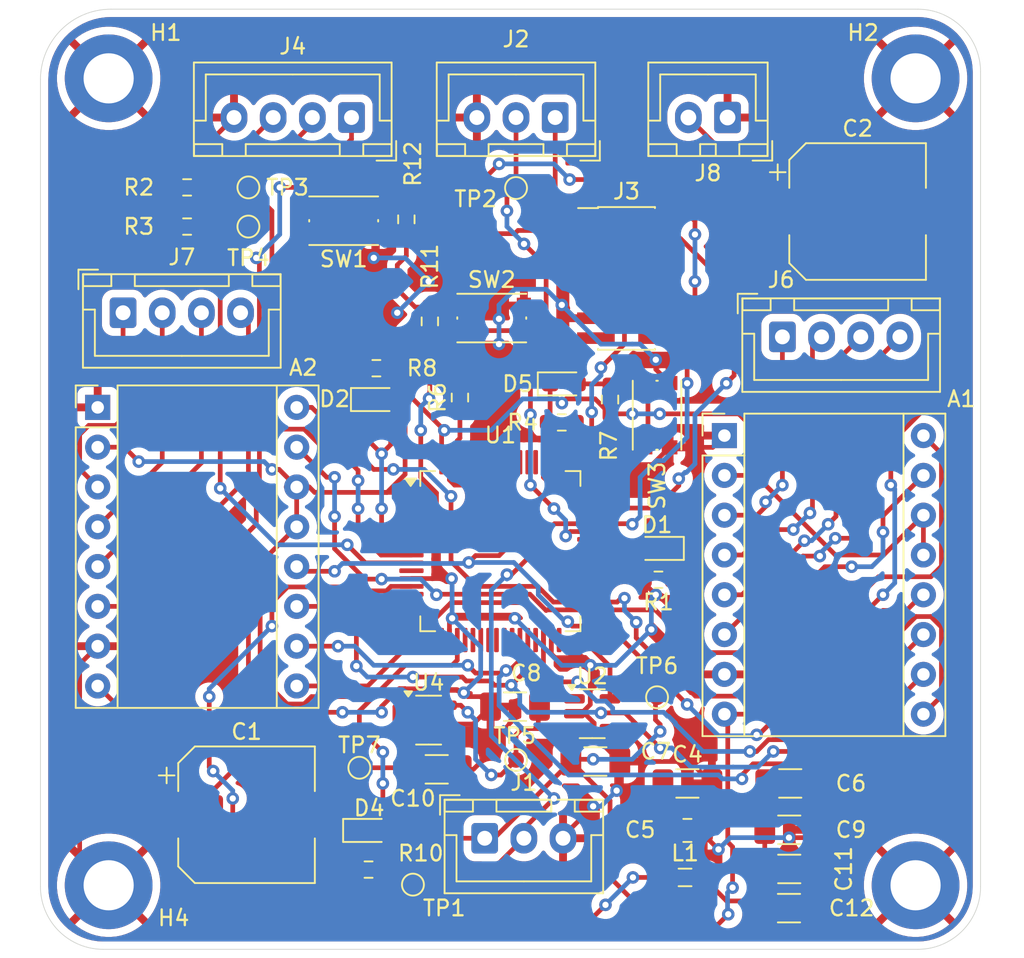
<source format=kicad_pcb>
(kicad_pcb (version 20241229) (generator "pcbnew") (generator_version "9.0")
  (layers (0 "F.Cu" signal) (2 "B.Cu" signal) (13 "F.Paste" user) (15 "B.Paste" user) (5 "F.SilkS" user "F.Silkscreen") (7 "B.SilkS" user "B.Silkscreen") (1 "F.Mask" user) (3 "B.Mask" user) (25 "Edge.Cuts" user))
  (net 0 "")
  (net 1 "MS3")
  (net 2 "MS1")
  (net 3 "GND")
  (net 4 "+3.3V")
  (net 5 "NRST")
  (net 6 "DIR")
  (net 7 "Net-(D2-K)")
  (net 8 "Net-(D1-K)")
  (net 9 "Net-(A2-2B)")
  (net 10 "+5V")
  (net 11 "+3.3VA")
  (net 12 "Net-(A2-1B)")
  (net 13 "Net-(A2-1A)")
  (net 14 "Net-(A2-2A)")
  (net 15 "Net-(A1-1A)")
  (net 16 "MS2")
  (net 17 "LED_STATUS")
  (net 18 "+12V")
  (net 19 "STEP")
  (net 20 "USART2_TX")
  (net 21 "ENABLE")
  (net 22 "Net-(SW2-B)")
  (net 23 "USART2_RX")
  (net 24 "SWDIO")
  (net 25 "ECHO")
  (net 26 "SWOCK")
  (net 27 "TRIG")
  (net 28 "Net-(A1-2A)")
  (net 29 "Net-(A1-1B)")
  (net 30 "Net-(A1-2B)")
  (net 31 "Net-(J4-Pin_3)")
  (net 32 "Net-(U1-PB9)")
  (net 33 "Net-(D5-K)")
  (net 34 "LED_MODE")
  (net 35 "Net-(D4-K)")
  (footprint "Capacitor_SMD:C_1206_3216Metric_Pad1.33x1.80mm_HandSolder" (layer "F.Cu") (at 162.0175 107.04)
    (property "Reference" "C4")
    (property "Value" "1u")
  )
  (footprint "Connector_PinHeader_1.27mm:PinHeader_2x07_P1.27mm_Vertical_SMD" (layer "F.Cu") (at 158.13 74.81)
    (property "Reference" "J3")
    (property "Value" "Conn_02x07_Odd_Even")
  )
  (footprint "TestPoint:TestPoint_Pad_D1.0mm" (layer "F.Cu") (at 151.08 69.04)
    (property "Reference" "TP2")
    (property "Value" "TestPoint")
  )
  (footprint "Capacitor_SMD:C_1206_3216Metric_Pad1.33x1.80mm_HandSolder" (layer "F.Cu") (at 168.5 115)
    (property "Reference" "C12")
    (property "Value" "4u7")
  )
  (footprint "Package_TO_SOT_SMD:SOT-23-5" (layer "F.Cu") (at 155.9425 102.59)
    (property "Reference" "U2")
    (property "Value" "BU33SD5WG-TR")
  )
  (footprint "Resistor_SMD:R_0603_1608Metric_Pad0.98x0.95mm_HandSolder" (layer "F.Cu") (at 147.5 82.4125 90)
    (property "Reference" "R6")
    (property "Value" "1K")
  )
  (footprint "Button_Switch_SMD:SW_Push_1P1T_NO_CK_KMR2" (layer "F.Cu") (at 140.08 71.1275 180)
    (property "Reference" "SW1")
    (property "Value" "SW_Push")
  )
  (footprint "Resistor_SMD:R_0603_1608Metric_Pad0.98x0.95mm_HandSolder" (layer "F.Cu") (at 141.6675 112.54)
    (property "Reference" "R10")
    (property "Value" "R")
  )
  (footprint "TestPoint:TestPoint_Pad_D1.0mm" (layer "F.Cu") (at 151.08 105.54)
    (property "Reference" "TP5")
    (property "Value" "TestPoint")
  )
  (footprint "TestPoint:TestPoint_Pad_D1.0mm" (layer "F.Cu") (at 134 71.5)
    (property "Reference" "TP4")
    (property "Value" "TestPoint")
  )
  (footprint "TestPoint:TestPoint_Pad_D1.0mm" (layer "F.Cu") (at 160.08 101.54)
    (property "Reference" "TP6")
    (property "Value" "TestPoint")
  )
  (footprint "Resistor_SMD:R_0603_1608Metric_Pad0.98x0.95mm_HandSolder" (layer "F.Cu") (at 145.58 77.5525 -90)
    (property "Reference" "R11")
    (property "Value" "1K")
  )
  (footprint "Button_Switch_SMD:SW_Push_1P1T_NO_CK_KMR2" (layer "F.Cu") (at 149.53 77.34)
    (property "Reference" "SW2")
    (property "Value" "SW_SPST")
  )
  (footprint "Connector_JST:JST_XH_B4B-XH-A_1x04_P2.50mm_Vertical" (layer "F.Cu") (at 140.58 64.54 180)
    (property "Reference" "J4")
    (property "Value" "Conn_01x04_Pin")
  )
  (footprint "Capacitor_SMD:C_1206_3216Metric_Pad1.33x1.80mm_HandSolder" (layer "F.Cu") (at 146.0175 106.14)
    (property "Reference" "C10")
    (property "Value" "4.7uF")
  )
  (footprint "MountingHole:MountingHole_3.2mm_M3_DIN965_Pad" (layer "F.Cu") (at 176.58 113.54)
    (property "Reference" "H3" (hide yes))
    (property "Value" "MountingHole_Pad")
  )
  (footprint "TestPoint:TestPoint_Pad_D1.0mm" (layer "F.Cu") (at 144.5 113.5)
    (property "Reference" "TP1")
    (property "Value" "TestPoint")
  )
  (footprint "Resistor_SMD:R_0603_1608Metric_Pad0.98x0.95mm_HandSolder" (layer "F.Cu") (at 130.0875 69)
    (property "Reference" "R2")
    (property "Value" "2K")
  )
  (footprint "LED_SMD:LED_0603_1608Metric_Pad1.05x0.95mm_HandSolder" (layer "F.Cu") (at 154.13 81.54)
    (property "Reference" "D5")
    (property "Value" "LED")
  )
  (footprint "Capacitor_SMD:CP_Elec_8x10.5" (layer "F.Cu") (at 133.88 109.04)
    (property "Reference" "C1")
    (property "Value" "100u")
  )
  (footprint "Capacitor_SMD:C_0805_2012Metric_Pad1.18x1.45mm_HandSolder" (layer "F.Cu") (at 162.0175 110.04)
    (property "Reference" "C5")
    (property "Value" "10n")
  )
  (footprint "Resistor_SMD:R_0603_1608Metric_Pad0.98x0.95mm_HandSolder" (layer "F.Cu") (at 142.1675 80.54)
    (property "Reference" "R8")
    (property "Value" "1K")
  )
  (footprint "Module:Pololu_Breakout-16_15.2x20.3mm" (layer "F.Cu") (at 164.38 84.84)
    (property "Reference" "A1")
    (property "Value" "Pololu_Breakout_A4988")
  )
  (footprint "MountingHole:MountingHole_3.2mm_M3_DIN965_Pad" (layer "F.Cu") (at 176.58 62.04)
    (property "Reference" "H2")
    (property "Value" "MountingHole_Pad" (hide yes))
  )
  (footprint "Capacitor_SMD:C_1206_3216Metric_Pad1.33x1.80mm_HandSolder" (layer "F.Cu") (at 168.5175 112.5)
    (property "Reference" "C11")
    (property "Value" "100n")
  )
  (footprint "MountingHole:MountingHole_3.2mm_M3_DIN965_Pad" (layer "F.Cu") (at 125.08 62.04)
    (property "Reference" "H1")
    (property "Value" "MountingHole_Pad" (hide yes))
  )
  (footprint "Inductor_SMD:L_0805_2012Metric_Pad1.05x1.20mm_HandSolder" (layer "F.Cu") (at 161.8675 113.04)
    (property "Reference" "L1")
    (property "Value" "39n")
  )
  (footprint "Capacitor_SMD:C_1206_3216Metric_Pad1.33x1.80mm_HandSolder" (layer "F.Cu") (at 168.5175 110)
    (property "Reference" "C9")
    (property "Value" "100n")
  )
  (footprint "Capacitor_SMD:C_1206_3216Metric_Pad1.33x1.80mm_HandSolder" (layer "F.Cu") (at 156.1425 105.64)
    (property "Reference" "C7")
    (property "Value" "4.7uF")
  )
  (footprint "Connector_JST:JST_XH_B3B-XH-A_1x03_P2.50mm_Vertical" (layer "F.Cu") (at 153.58 64.54 180)
    (property "Reference" "J2")
    (property "Value" "Conn_01x03_Pin")
  )
  (footprint "Module:Pololu_Breakout-16_15.2x20.3mm" (layer "F.Cu") (at 124.38 83.04)
    (property "Reference" "A2")
    (property "Value" "Pololu_Breakout_A4988")
  )
  (footprint "Resistor_SMD:R_0603_1608Metric_Pad0.98x0.95mm_HandSolder" (layer "F.Cu") (at 154 84)
    (property "Reference" "R4")
    (property "Value" "R")
  )
  (footprint "Resistor_SMD:R_0603_1608Metric_Pad0.98x0.95mm_HandSolder" (layer "F.Cu") (at 130.0875 71.5)
    (property "Reference" "R3")
    (property "Value" "1K")
  )
  (footprint "Resistor_SMD:R_0603_1608Metric_Pad0.98x0.95mm_HandSolder" (layer "F.Cu") (at 144.08 71.04 90)
    (property "Reference" "R12")
    (property "Value" "1K")
  )
  (footprint "TestPoint:TestPoint_Pad_D1.0mm" (layer "F.Cu") (at 134 69)
    (property "Reference" "TP3")
    (property "Value" "TestPoint")
  )
  (footprint "Capacitor_SMD:C_1206_3216Metric_Pad1.33x1.80mm_HandSolder" (layer "F.Cu") (at 168.58 107.04)
    (property "Reference" "C6")
    (property "Value" "100n")
  )
  (footprint "TestPoint:TestPoint_Pad_D1.0mm" (layer "F.Cu") (at 141.08 106.04)
    (property "Reference" "TP7")
    (property "Value" "TestPoint")
  )
  (footprint "Capacitor_SMD:C_1206_3216Metric_Pad1.33x1.80mm_HandSolder" (layer "F.Cu") (at 151.0175 102.14 180)
    (property "Reference" "C8")
    (property "Value" "4.7uF")
  )
  (footprint "Connector_JST:JST_XH_B4B-XH-A_1x04_P2.50mm_Vertical" (layer "F.Cu") (at 168.08 78.54)
    (property "Reference" "J6")
    (property "Value" "Conn_01x04_Pin")
  )
  (footprint "Resistor_SMD:R_0603_1608Metric_Pad0.98x0.95mm_HandSolder" (layer "F.Cu") (at 157.08 82.54 90)
    (property "Reference" "R7")
    (property "Value" "1K")
  )
  (footprint "Resistor_SMD:R_0603_1608Metric_Pad0.98x0.95mm_HandSolder" (layer "F.Cu") (at 160.1675 94.04 180)
    (property "Reference" "R1")
    (property "Value" "1K")
  )
  (footprint "LED_SMD:LED_0603_1608Metric_Pad1.05x0.95mm_HandSolder" (layer "F.Cu") (at 160.13 92.04 180)
    (property "Reference" "D1")
    (property "Value" "LED")
  )
  (footprint "LED_SMD:LED_0603_1608Metric_Pad1.05x0.95mm_HandSolder" (layer "F.Cu") (at 142.205 82.54)
    (property "Reference" "D2")
    (property "Value" "LED")
  )
  (footprint "Button_Switch_SMD:SW_Push_1P1T_NO_CK_KMR2" (layer "F.Cu") (at 160.08 83.54 -90)
    (property "Reference" "SW3")
    (property "Value" "SW_Push")
  )
  (footprint "LED_SMD:LED_0603_1608Metric_Pad1.05x0.95mm_HandSolder" (layer "F.Cu") (at 141.705 110.04)
    (property "Reference" "D4")
    (property "Value" "GREEN LED")
  )
  (footprint "Package_QFP:LQFP-64_10x10mm_P0.5mm" (layer "F.Cu") (at 150.08 92.215)
    (property "Reference" "U1")
    (property "Value" "STM32L476RGTx")
  )
  (footprint "Connector_JST:JST_XH_B4B-XH-A_1x04_P2.50mm_Vertical" (layer "F.Cu") (at 126 77)
    (property "Reference" "J7")
    (property "Value" "Conn_01x04_Pin")
  )
  (footprint "Package_TO_SOT_SMD:SOT-23-5" (layer "F.Cu") (at 145.5 103)
    (property "Reference" "U4")
    (property "Value" "BU33SD5WG-TR")
  )
  (footprint "Connector_JST:JST_XH_B3B-XH-A_1x03_P2.50mm_Vertical" (layer "F.Cu") (at 149.08 110.54)
    (property "Reference" "J1")
    (property "Value" "Conn_01x03_Pin")
  )
  (footprint "Connector_JST:JST_XH_B2B-XH-A_1x02_P2.50mm_Vertical" (layer "F.Cu") (at 164.58 64.54 180)
    (property "Reference" "J8")
    (property "Value" "POWER")
  )
  (footprint "MountingHole:MountingHole_3.2mm_M3_DIN965_Pad" (layer "F.Cu") (at 125.08 113.54)
    (property "Reference" "H4")
    (property "Value" "MountingHole_Pad")
  )
  (footprint "Capacitor_SMD:CP_Elec_8x10.5" (layer "F.Cu") (at 172.88 70.54)
    (property "Reference" "C2")
    (property "Value" "100u")
  )
  (gr_arc (start 120.727531 62.1275) (mid 122.04555 58.945519) (end 125.227531 57.6275) (stroke (width 0.05)) (layer "Edge.Cuts"))
  (gr_arc (start 180.727531 113.6275) (mid 179.555958 116.455927) (end 176.727531 117.6275) (stroke (width 0.05)) (layer "Edge.Cuts"))
  (gr_arc (start 124.727531 117.6275) (mid 121.899084 116.455938) (end 120.727531 113.6275) (stroke (width 0.05)) (layer "Edge.Cuts"))
  (gr_line (start 124.727531 117.6275) (end 176.727531 117.6275) (stroke (width 0.05)) (layer "Edge.Cuts"))
  (gr_arc (start 176.727531 57.6275) (mid 179.555958 58.799073) (end 180.727531 61.6275) (stroke (width 0.05)) (layer "Edge.Cuts"))
  (gr_line (start 125.227531 57.6275) (end 176.727531 57.6275) (stroke (width 0.05)) (layer "Edge.Cuts"))
  (gr_line (start 180.727531 113.6275) (end 180.727531 61.6275) (stroke (width 0.05)) (layer "Edge.Cuts"))
  (gr_line (start 120.727531 113.6275) (end 120.727531 62.1275) (stroke (width 0.05)) (layer "Edge.Cuts"))
  (segment (start 148.061368 92.938632) (end 148.5 92.5) (width 0.3) (layer "F.Cu") (net 1))
  (segment (start 138.5 93.5) (end 139.5 93.5) (width 0.3) (layer "F.Cu") (net 1))
  (segment (start 154.671645 97) (end 156 97) (width 0.3) (layer "F.Cu") (net 1))
  (segment (start 174.5 96) (end 176 96) (width 0.3) (layer "F.Cu") (net 1))
  (segment (start 154.386645 96.715) (end 154.671645 97) (width 0.3) (layer "F.Cu") (net 1))
  (segment (start 177 95) (end 177.08 95) (width 0.3) (layer "F.Cu") (net 1))
  (segment (start 137.38 93.5) (end 138.5 93.5) (width 0.3) (layer "F.Cu") (net 1))
  (segment (start 157.5 97.5) (end 162 102) (width 0.3) (layer "F.Cu") (net 1))
  (segment (start 148.5 92.5) (end 150 92.5) (width 0.3) (layer "F.Cu") (net 1))
  (segment (start 176 96) (end 177 95) (width 0.3) (layer "F.Cu") (net 1))
  (segment (start 166.438632 103.938632) (end 166.561368 103.938632) (width 0.3) (layer "F.Cu") (net 1))
  (segment (start 137.08 93.2) (end 137.38 93.5) (width 0.3) (layer "F.Cu") (net 1))
  (segment (start 156.5 97.5) (end 157.5 97.5) (width 0.3) (layer "F.Cu") (net 1))
  (segment (start 150.83 91.67) (end 150.83 86.54) (width 0.3) (layer "F.Cu") (net 1))
  (segment (start 166.561368 103.938632) (end 174.5 96) (width 0.3) (layer "F.Cu") (net 1))
  (segment (start 150 92.5) (end 150.83 91.67) (width 0.3) (layer "F.Cu") (net 1))
  (segment (start 156 97) (end 156.5 97.5) (width 0.3) (layer "F.Cu") (net 1))
  (via (at 162 102) (size 0.8) (drill 0.4) (layers "F.Cu" "B.Cu") (net 1))
  (via (at 139.5 93.5) (size 0.8) (drill 0.4) (layers "F.Cu" "B.Cu") (net 1))
  (via (at 166.438632 103.938632) (size 0.8) (drill 0.4) (layers "F.Cu" "B.Cu") (net 1))
  (via (at 148.061368 92.938632) (size 0.8) (drill 0.4) (layers "F.Cu" "B.Cu") (net 1))
  (via (at 154.386645 96.715) (size 0.8) (drill 0.4) (layers "F.Cu" "B.Cu") (net 1))
  (segment (start 166.438632 103.938632) (end 166.377264 104) (width 0.3) (layer "B.Cu") (net 1))
  (segment (start 152.5 94.5) (end 152.5 95) (width 0.3) (layer "B.Cu") (net 1))
  (segment (start 152.5 95) (end 154.215 96.715) (width 0.3) (layer "B.Cu") (net 1))
  (segment (start 154.215 96.715) (end 154.386645 96.715) (width 0.3) (layer "B.Cu") (net 1))
  (segment (start 150.938632 92.938632) (end 152.5 94.5) (width 0.3) (layer "B.Cu") (net 1))
  (segment (start 148 93) (end 140 93) (width 0.3) (layer "B.Cu") (net 1))
  (segment (start 164 104) (end 162 102) (width 0.3) (layer "B.Cu") (net 1))
  (segment (start 148.061368 92.938632) (end 150.938632 92.938632) (width 0.3) (layer "B.Cu") (net 1))
  (segment (start 166.377264 104) (end 164 104) (width 0.3) (layer "B.Cu") (net 1))
  (segment (start 140 93) (end 139.5 93.5) (width 0.3) (layer "B.Cu") (net 1))
  (segment (start 148.061368 92.938632) (end 148 93) (width 0.3) (layer "B.Cu") (net 1))
  (segment (start 148.002817 99.501387) (end 148.002817 99.502817) (width 0.3) (layer "F.Cu") (net 2))
  (segment (start 165.5 106.5) (end 166.211 105.789) (width 0.3) (layer "F.Cu") (net 2))
  (segment (start 165.5 106.75) (end 165.5 106.5) (width 0.3) (layer "F.Cu") (net 2))
  (segment (start 151.33 99.17) (end 151.33 97.89) (width 0.3) (layer "F.Cu") (net 2))
  (segment (start 148.5 100) (end 150.27161 100) (width 0.3) (layer "F.Cu") (net 2))
  (segment (start 166.211 105.789) (end 171.371 105.789) (width 0.3) (layer "F.Cu") (net 2))
  (segment (start 150.440287 99.831323) (end 150.668677 99.831323) (width 0.3) (layer "F.Cu") (net 2))
  (segment (start 139.72 98.28) (end 137.08 98.28) (width 0.3) (layer "F.Cu") (net 2))
  (segment (start 150.27161 100) (end 150.440287 99.831323) (width 0.3) (layer "F.Cu") (net 2))
  (segment (start 150.668677 99.831323) (end 151.33 99.17) (width 0.3) (layer "F.Cu") (net 2))
  (segment (start 171.371 105.789) (end 177.08 100.08) (width 0.3) (layer "F.Cu") (net 2))
  (segment (start 148.002817 99.502817) (end 148.5 100) (width 0.3) (layer "F.Cu") (net 2))
  (via (at 165.5 106.75) (size 0.8) (drill 0.4) (layers "F.Cu" "B.Cu") (net 2))
  (via (at 150.440287 99.831323) (size 0.8) (drill 0.4) (layers "F.Cu" "B.Cu") (net 2))
  (via (at 148.002817 99.501387) (size 0.8) (drill 0.4) (layers "F.Cu" "B.Cu") (net 2))
  (via (at 139.72 98.28) (size 0.8) (drill 0.4) (layers "F.Cu" "B.Cu") (net 2))
  (segment (start 164.25 106.75) (end 164 106.5) (width 0.3) (layer "B.Cu") (net 2))
  (segment (start 148 99.5) (end 148.001387 99.501387) (width 0.3) (layer "B.Cu") (net 2))
  (segment (start 165.5 106.75) (end 164.25 106.75) (width 0.3) (layer "B.Cu") (net 2))
  (segment (start 140.78 98.28) (end 142 99.5) (width 0.3) (layer "B.Cu") (net 2))
  (segment (start 150 102.062075) (end 150 100.27161) (width 0.3) (layer "B.Cu") (net 2))
  (segment (start 139.72 98.28) (end 140.78 98.28) (width 0.3) (layer "B.Cu") (net 2))
  (segment (start 150 100.27161) (end 150.440287 99.831323) (width 0.3) (layer "B.Cu") (net 2))
  (segment (start 148.001387 99.501387) (end 148.002817 99.501387) (width 0.3) (layer "B.Cu") (net 2))
  (segment (start 154.437925 106.5) (end 150 102.062075) (width 0.3) (layer "B.Cu") (net 2))
  (segment (start 164 106.5) (end 154.437925 106.5) (width 0.3) (layer "B.Cu") (net 2))
  (segment (start 142 99.5) (end 148 99.5) (width 0.3) (layer "B.Cu") (net 2))
  (segment (start 168.5 110.5) (end 169.58 110.5) (width 0.3) (layer "F.Cu") (net 3))
  (segment (start 154.805 102.59) (end 155.230178 102.59) (width 0.3) (layer "F.Cu") (net 3))
  (segment (start 160 80.61) (end 160.88 81.49) (width 0.3) (layer "F.Cu") (net 3))
  (segment (start 154.08 110.42) (end 156 108.5) (width 0.3) (layer "F.Cu") (net 3))
  (segment (start 169.58 110.5) (end 170.08 110) (width 0.3) (layer "F.Cu") (net 3))
  (segment (start 148.344 103.251) (end 149.455 102.14) (width 0.3) (layer "F.Cu") (net 3))
  (segment (start 123.229 111.689) (end 125.08 113.54) (width 0.3) (layer "F.Cu") (net 3))
  (segment (start 129.175 69) (end 129 69) (width 0.3) (layer "F.Cu") (net 3))
  (segment (start 160.88 85.59) (end 163.63 85.59) (width 0.3) (layer "F.Cu") (net 3))
  (segment (start 156.18 77.35) (end 154.85 77.35) (width 0.3) (layer "F.Cu") (net 3))
  (segment (start 144.3625 103) (end 145 103) (width 0.3) (layer "F.Cu") (net 3))
  (segment (start 154.484 99.016) (end 153.576466 99.016) (width 0.3) (layer "F.Cu") (net 3))
  (segment (start 149.455 102.14) (end 148.815 101.5) (width 0.3) (layer "F.Cu") (net 3))
  (segment (start 163.58 109.515) (end 163.055 110.04) (width 0.3) (layer "F.Cu") (net 3))
  (segment (start 149.455 104.955) (end 149.455 102.14) (width 0.3) (layer "F.Cu") (net 3))
  (segment (start 148 88) (end 147.16 88) (width 0.3) (layer "F.Cu") (net 3))
  (segment (start 160 80) (end 160 80.61) (width 0.3) (layer "F.Cu") (net 3))
  (segment (start 154.5 99) (end 154.484 99.016) (width 0.3) (layer "F.Cu") (net 3))
  (segment (start 156.0665 104.0015) (end 157.705 105.64) (width 0.3) (layer "F.Cu") (net 3))
  (segment (start 147.16 88) (end 146.83 87.67) (width 0.3) (layer "F.Cu") (net 3))
  (segment (start 142 72.0575) (end 142.13 71.9275) (width 0.3) (layer "F.Cu") (net 3))
  (segment (start 162.58 100.08) (end 159.715 97.215) (width 0.3) (layer "F.Cu") (net 3))
  (segment (start 123.229 99.431) (end 123.229 111.689) (width 0.3) (layer "F.Cu") (net 3))
  (segment (start 154.85 77.35) (end 154 76.5) (width 0.3) (layer "F.Cu") (net 3))
  (segment (start 159.255 94.04) (end 159.255 94.255) (width 0.3) (layer "F.Cu") (net 3))
  (segment (start 164 111.25) (end 163.44211 110.69211) (width 0.3) (layer "F.Cu") (net 3))
  (segment (start 146.965 93.965) (end 147 94) (width 0.3) (layer "F.Cu") (net 3))
  (segment (start 146.5 103) (end 146.751 103.251) (width 0.3) (layer "F.Cu") (net 3))
  (segment (start 155.467499 102.59) (end 156.0665 103.189001) (width 0.3) (layer "F.Cu") (net 3))
  (segment (start 148.33 87.67) (end 148 88) (width 0.3) (layer "F.Cu") (net 3))
  (segment (start 143.08 77.42) (end 143.5 77) (width 0.3) (layer "F.Cu") (net 3))
  (segment (start 155.5 99) (end 154.5 99) (width 0.3) (layer "F.Cu") (net 3))
  (segment (start 142 73.5) (end 142 72.0575) (width 0.3) (layer "F.Cu") (net 3))
  (segment (start 161 81.61) (end 160.88 81.49) (width 0.3) (layer "F.Cu") (net 3))
  (segment (start 157.705 105.64) (end 162.18 105.64) (width 0.3) (layer "F.Cu") (net 3))
  (segment (start 154.805 102.59) (end 155.467499 102.59) (width 0.3) (layer "F.Cu") (net 3))
  (segment (start 163.63 85.59) (end 164.38 84.84) (width 0.3) (layer "F.Cu") (net 3))
  (segment (start 155.230178 102.59) (end 155.8185 102.001678) (width 0.3) (layer "F.Cu") (net 3))
  (segment (start 156.0665 103.189001) (end 156.0665 104.0015) (width 0.3) (layer "F.Cu") (net 3))
  (segment (start 155.8185 99.3185) (end 155.5 99) (width 0.3) (layer "F.Cu") (net 3))
  (segment (start 162.18 105.64) (end 163.58 107.04) (width 0.3) (layer "F.Cu") (net 3))
  (segment (start 147 96.5) (end 151 96.5) (width 0.3) (layer "F.Cu") (net 3))
  (segment (start 153.576466 99.016) (end 153.331 98.770534) (width 0.3) (layer "F.Cu") (net 3))
  (segment (start 155.8185 99.5) (end 155.8185 99.3185) (width 0.3) (layer "F.Cu") (net 3))
  (segment (start 154.9125 84) (end 153.9125 85) (width 0.3) (layer "F.Cu") (net 3))
  (segment (start 148.33 86.54) (end 148.33 85) (width 0.3) (layer "F.Cu") (net 3))
  (segment (start 157.505 88.965) (end 160.88 85.59) (width 0.3) (layer "F.Cu") (net 3))
  (segment (start 154.08 110.54) (end 154.08 110.42) (width 0.3) (layer "F.Cu") (net 3))
  (segment (start 159.255 94.255) (end 160 95) (width 0.3) (layer "F.Cu") (net 3))
  (segment (start 148 101.5) (end 147.75 101.25) (width 0.3) (layer "F.Cu") (net 3))
  (segment (start 155.755 88.965) (end 157.505 88.965) (width 0.3) (layer "F.Cu") (net 3))
  (segment (start 148.815 101.5) (end 148 101.5) (width 0.3) (layer "F.Cu") (net 3))
  (segment (start 164.38 100.08) (end 162.58 100.08) (width 0.3) (layer "F.Cu") (net 3))
  (segment (start 129.175 69) (end 129.175 68.445) (width 0.3) (layer "F.Cu") (net 3))
  (segment (start 148.36 106.14) (end 149.5 105) (width 0.3) (layer "F.Cu") (net 3))
  (segment (start 146.83 87.67) (end 146.83 86.54) (width 0.3) (layer "F.Cu") (net 3))
  (segment (start 163.44211 110.5) (end 163.055 110.11289) (width 0.3) (layer "F.Cu") (net 3))
  (segment (start 143.08 80.54) (end 143.08 77.42) (width 0.3) (layer "F.Cu") (net 3))
  (segment (start 146.751 103.251) (end 148.344 103.251) (width 0.3) (layer "F.Cu") (net 3))
  (segment (start 153.9125 85) (end 148.33 85) (width 0.3) (layer "F.Cu") (net 3))
  (segment (start 163.58 107.04) (end 163.58 109.515) (width 0.3) (layer "F.Cu") (net 3))
  (segment (start 147.58 106.14) (end 148.36 106.14) (width 0.3) (layer "F.Cu") (net 3))
  (segment (start 176.58 62.04) (end 176.58 63.039999) (width 0.25) (layer "F.Cu") (net 3))
  (segment (start 163.44211 110.69211) (end 163.44211 110.5) (width 0.3) (layer "F.Cu") (net 3))
  (segment (start 148.33 86.54) (end 148.33 87.67) (width 0.3) (layer "F.Cu") (net 3))
  (segment (start 151.58 76.54) (end 147.48 76.54) (width 0.3) (layer "F.Cu") (net 3))
  (segment (start 157.5 105.845) (end 157.705 105.64) (width 0.3) (layer "F.Cu") (net 3))
  (segment (start 153.33 98.799767) (end 153.33 97.89) (width 0.3) (layer "F.Cu") (net 3))
  (segment (start 163.055 110.11289) (end 163.055 110.04) (width 0.3) (layer "F.Cu") (net 3))
  (segment (start 144.3625 103) (end 146.5 103) (width 0.3) (layer "F.Cu") (net 3))
  (segment (start 149.5 105) (end 149.455 104.955) (width 0.3) (layer "F.Cu") (net 3))
  (segment (start 142.58 112.54) (end 142.5 112.62) (width 0.3) (layer "F.Cu") (net 3))
  (segment (start 129.175 68.445) (end 133.08 64.54) (width 0.3) (layer "F.Cu") (net 3))
  (segment (start 124.38 98.28) (end 123.229 99.431) (width 0.3) (layer "F.Cu") (net 3))
  (segment (start 146.83 97.89) (end 146.83 96.67) (width 0.3) (layer "F.Cu") (net 3))
  (segment (start 155.8185 102.001678) (end 155.8185 99.5) (width 0.3) (layer "F.Cu") (net 3))
  (segment (start 144.405 93.965) (end 146.965 93.965) (width 0.3) (layer "F.Cu") (net 3))
  (segment (start 157.5 107.5) (end 157.5 105.845) (width 0.3) (layer "F.Cu") (net 3))
  (segment (start 146.83 96.67) (end 147 96.5) (width 0.3) (layer "F.Cu") (net 3))
  (via (at 156 108.5) (size 0.8) (drill 0.4) (layers "F.Cu" "B.Cu") (net 3))
  (via (at 164 111.25) (size 0.8) (drill 0.4) (layers "F.Cu" "B.Cu") (net 3))
  (via (at 145.5 75) (size 0.8) (drill 0.4) (layers "F.Cu" "B.Cu") (net 3))
  (via (at 155.8185 99.5) (size 0.8) (drill 0.4) (layers "F.Cu" "B.Cu") (net 3))
  (via (at 154 76.5) (size 0.8) (drill 0.4) (layers "F.Cu" "B.Cu") (net 3))
  (via (at 160 80) (size 0.8) (drill 0.4) (layers "F.Cu" "B.Cu") (net 3))
  (via (at 146.965 93.965) (size 0.8) (drill 0.4) (layers "F.Cu" "B.Cu") (net 3))
  (via (at 159.715 97.215) (size 0.8) (drill 0.4) (layers "F.Cu" "B.Cu") (net 3))
  (via (at 149.9925 77.39) (size 0.8) (drill 0.4) (layers "F.Cu" "B.Cu") (net 3))
  (via (at 143.5 77) (size 0.8) (drill 0.4) (layers "F.Cu" "B.Cu") (net 3))
  (via (at 160 95) (size 0.8) (drill 0.4) (layers "F.Cu" "B.Cu") (net 3))
  (via (at 151 96.5) (size 0.8) (drill 0.4) (layers "F.Cu" "B.Cu") (net 3))
  (via (at 149.9925 79) (size 0.8) (drill 0.4) (layers "F.Cu" "B.Cu") (net 3))
  (via (at 168.5 110.5) (size 0.8) (drill 0.4) (layers "F.Cu" "B.Cu") (net 3))
  (via (at 157.5 107.5) (size 0.8) (drill 0.4) (layers "F.Cu" "B.Cu") (net 3))
  (via (at 147 96.5) (size 0.8) (drill 0.4) (layers "F.Cu" "B.Cu") (net 3))
  (via (at 147.75 101.25) (size 0.8) (drill 0.4) (layers "F.Cu" "B.Cu") (net 3))
  (via (at 142 73.5) (size 0.8) (drill 0.4) (layers "F.Cu" "B.Cu") (net 3))
  (segment (start 157.43 99.5) (end 155.8185 99.5) (width 0.3) (layer "B.Cu") (net 3))
  (segment (start 156.5 79) (end 154 76.5) (width 0.3) (layer "B.Cu") (net 3))
  (segment (start 159.715 97.215) (end 159.715 95.285) (width 0.3) (layer "B.Cu") (net 3))
  (segment (start 154 99.5) (end 155.8185 99.5) (width 0.3) (layer "B.Cu") (net 3))
  (segment (start 147.75 101.25) (end 148.825144 100.174856) (width 0.3) (layer "B.Cu") (net 3))
  (segment (start 149.9925 79) (end 149.9925 77.39) (width 0.3) (layer "B.Cu") (net 3))
  (segment (start 149.9925 77.39) (end 149.9925 76.5075) (width 0.3) (layer "B.Cu") (net 3))
  (segment (start 143.5 77) (end 145.5 75) (width 0.3) (layer "B.Cu") (net 3))
  (segment (start 159.715 97.215) (end 157.43 99.5) (width 0.3) (layer "B.Cu") (net 3))
  (segment (start 156 108.5) (end 156.5 108.5) (width 0.3) (layer "B.Cu") (net 3))
  (segment (start 159 79) (end 160 80) (width 0.3) (layer "B.Cu") (net 3))
  (segment (start 144 73.5) (end 142 73.5) (width 0.3) (layer "B.Cu") (net 3))
  (segment (start 159.715 95.285) (end 160 95) (width 0.3) (layer "B.Cu") (net 3))
  (segment (start 148.825144 100.174856) (end 148.825144 98.325144) (width 0.3) (layer "B.Cu") (net 3))
  (segment (start 148.825144 98.325144) (end 147 96.5) (width 0.3) (layer "B.Cu") (net 3))
  (segment (start 158.5 79) (end 159 79) (width 0.3) (layer "B.Cu") (net 3))
  (segment (start 164 111.25) (end 164.75 110.5) (width 0.3) (layer "B.Cu") (net 3))
  (segment (start 147 94) (end 147 96.5) (width 0.3) (layer "B.Cu") (net 3))
  (segment (start 158.5 79) (end 156.5 79) (width 0.3) (layer "B.Cu") (net 3))
  (segment (start 149.9925 76.5075) (end 151 75.5) (width 0.3) (layer "B.Cu") (net 3))
  (segment (start 151 75.5) (end 153 75.5) (width 0.3) (layer "B.Cu") (net 3))
  (segment (start 156.5 108.5) (end 157.5 107.5) (width 0.3) (layer "B.Cu") (net 3))
  (segment (start 146.965 93.965) (end 147 94) (width 0.3) (layer "B.Cu") (net 3))
  (segment (start 145.5 75) (end 144 73.5) (width 0.3) (layer "B.Cu") (net 3))
  (segment (start 164.75 110.5) (end 168.5 110.5) (width 0.3) (layer "B.Cu") (net 3))
  (segment (start 151 96.5) (end 154 99.5) (width 0.3) (layer "B.Cu") (net 3))
  (segment (start 153 75.5) (end 154 76.5) (width 0.3) (layer "B.Cu") (net 3))
  (segment (start 153.83 97.89) (end 155.327925 97.89) (width 0.3) (layer "F.Cu") (net 4))
  (segment (start 144.08 71.9525) (end 151 71.9525) (width 0.3) (layer "F.Cu") (net 4))
  (segment (start 147.33 99.17) (end 147 99.5) (width 0.3) (layer "F.Cu") (net 4))
  (segment (start 164.38 87.38) (end 166.38 87.38) (width 0.3) (layer "F.Cu") (net 4))
  (segment (start 144 87.312075) (end 144 82.720709) (width 0.3) (layer "F.Cu") (net 4))
  (segment (start 151 71.9525) (end 151.2025 71.75) (width 0.3) (layer "F.Cu") (net 4))
  (segment (start 166.38 87.38) (end 171.46 92.46) (width 0.3) (layer "F.Cu") (net 4))
  (segment (start 138.225 88.465) (end 141 88.465) (width 0.3) (layer "F.Cu") (net 4))
  (segment (start 153.58 69.42) (end 153.58 70.85) (width 0.3) (layer "F.Cu") (net 4))
  (segment (start 137.08 88.12) (end 136.409 88.12) (width 0.3) (layer "F.Cu") (net 4))
  (segment (start 155.751 98.251) (end 157.08 99.58) (width 0.3) (layer "F.Cu") (net 4))
  (segment (start 157.08 83.4525) (end 157.09625 83.43625) (width 0.3) (layer "F.Cu") (net 4))
  (segment (start 162.58 114.54) (end 163.0175 114.1025) (width 0.3) (layer "F.Cu") (net 4))
  (segment (start 141 88.465) (end 144.405 88.465) (width 0.3) (layer "F.Cu") (net 4))
  (segment (start 134.749 92.991) (end 137.08 90.66) (width 0.3) (layer "F.Cu") (net 4))
  (segment (start 146.33 84.67) (end 146.33 86.54) (width 0.3) (layer "F.Cu") (net 4))
  (segment (start 143.501 73.9515) (end 144.08 73.3725) (width 0.3) (layer "F.Cu") (net 4))
  (segment (start 144.64 76.64) (end 143.501 75.501) (width 0.3) (layer "F.Cu") (net 4))
  (segment (start 142 101.5) (end 141.08 102.42) (width 0.3) (layer "F.Cu") (net 4))
  (segment (start 153.58 70.85) (end 155 72.27) (width 0.3) (layer "F.Cu") (net 4))
  (segment (start 154.58 105.64) (end 149.68 110.54) (width 0.3) (layer "F.Cu") (net 4))
  (segment (start 166.955 112.04) (end 166.955 114.54) (width 0.3) (layer "F.Cu") (net 4))
  (segment (start 152.77 72.27) (end 156.18 72.27) (width 0.3) (layer "F.Cu") (net 4))
  (segment (start 155 72.27) (end 156.18 72.27) (width 0.3) (layer "F.Cu") (net 4))
  (segment (start 171.46 92.46) (end 171.5 92.46) (width 0.3) (layer "F.Cu") (net 4))
  (segment (start 141 88.465) (end 142.847075 88.465) (width 0.3) (layer "F.Cu") (net 4))
  (segment (start 142.58 110.04) (end 142.58 107.04) (width 0.3) (layer "F.Cu") (net 4))
  (segment (start 157.08 108.14) (end 157.08 113.04) (width 0.3) (layer "F.Cu") (net 4))
  (segment (start 137.08 88.12) (end 137.88 88.12) (width 0.3) (layer "F.Cu") (net 4))
  (segment (start 154.274037 82.5) (end 156.1275 82.5) (width 0.3) (layer "F.Cu") (net 4))
  (segment (start 126.08 85.58) (end 124.38 85.58) (width 0.3) (layer "F.Cu") (net 4))
  (segment (start 137.08 90.66) (end 137.08 88.12) (width 0.3) (layer "F.Cu") (net 4))
  (segment (start 137.08 88.12) (end 135.96 87) (width 0.3) (layer "F.Cu") (net 4))
  (segment (start 154.72 105.5) (end 154.58 105.64) (width 0.3) (layer "F.Cu") (net 4))
  (segment (start 127 86.5) (end 126.08 85.58) (width 0.3) (layer "F.Cu") (net 4))
  (segment (start 144 99.5) (end 142 101.5) (width 0.3) (layer "F.Cu") (net 4))
  (segment (start 156.1275 82.5) (end 157.08 83.4525) (width 0.3) (layer "F.Cu") (net 4))
  (segment (start 143.54 110.54) (end 149.08 110.54) (width 0.3) (layer "F.Cu") (net 4))
  (segment (start 153.83 97.89) (end 153.83 98.39) (width 0.3) (layer "F.Cu") (net 4))
  (segment (start 153.58 69.42) (end 153.58 64.54) (width 0.3) (layer "F.Cu") (net 4))
  (segment (start 144.220709 82.5) (end 144.5 82.5) (width 0.3) (layer "F.Cu") (net 4))
  (segment (start 177.08 92.46) (end 177.08 89.92) (width 0.3) (layer "F.Cu") (net 4))
  (segment (start 160.25 83.4525) (end 160.2975 83.5) (width 0.3) (layer "F.Cu") (net 4))
  (segment (start 144 82) (end 144 78.22) (width 0.3) (layer "F.Cu") (net 4))
  (segment (start 158.58 114.54) (end 162.58 114.54) (width 0.3) (layer "F.Cu") (net 4))
  (segment (start 167.0175 107.04) (end 167.0175 109.4775) (width 0.3) (layer "F.Cu") (net 4))
  (segment (start 134.749 100.249) (end 134.749 92.991) (width 0.3) (layer "F.Cu") (net 4))
  (segment (start 163.0175 114.1025) (end 163.0175 113.04) (width 0.3) (layer "F.Cu") (net 4))
  (segment (start 157.08 83.4525) (end 158.5 83.4525) (width 0.3) (layer "F.Cu") (net 4))
  (segment (start 142 101.5) (end 138.02776 101.5) (width 0.3) (layer "F.Cu") (net 4))
  (segment (start 157.08 113.04) (end 158.58 114.54) (width 0.3) (layer "F.Cu") (net 4))
  (segment (start 146.5 84.5) (end 146.33 84.67) (width 0.3) (layer "F.Cu") (net 4))
  (segment (start 144.08 73.3725) (end 144.08 71.9525) (width 0.3) (layer "F.Cu") (net 4))
  (segment (start 155.688925 98.251) (end 155.751 98.251) (width 0.3) (layer "F.Cu") (net 4))
  (segment (start 166.955 114.54) (end 164.5175 114.54) (width 0.3) (layer "F.Cu") (net 4))
  (segment (start 144 82.720709) (end 144.220709 82.5) (width 0.3) (layer "F.Cu") (net 4))
  (segment (start 166.38 87.38) (end 166.38 84.538) (width 0.3) (layer "F.Cu") (net 4))
  (segment (start 142.847075 88.465) (end 144 87.312075) (width 0.3) (layer "F.Cu") (net 4))
  (segment (start 151.2025 71.75) (end 152.25 71.75) (width 0.3) (layer "F.Cu") (net 4))
  (segment (start 143.501 75.501) (end 143.501 73.9515) (width 0.3) (layer "F.Cu") (net 4))
  (segment (start 136.471 101.971) (end 134.749 100.249) (width 0.3) (layer "F.Cu") (net 4))
  (segment (start 164.5175 114.54) (end 163.0175 113.04) (width 0.3) (layer "F.Cu") (net 4))
  (segment (start 171.5 92.46) (end 174.54 92.46) (width 0.3) (layer "F.Cu") (net 4))
  (segment (start 137.88 88.12) (end 138.225 88.465) (width 0.3) (layer "F.Cu") (net 4))
  (segment (start 159.98 102.98) (end 159.98 101.64) (width 0.3) (layer "F.Cu") (net 4))
  (segment (start 142.58 110.04) (end 143.04 110.04) (width 0.3) (layer "F.Cu") (net 4))
  (segment (start 154.006 82.768037) (end 154.274037 82.5) (width 0.3) (layer "F.Cu") (net 4))
  (segment (start 166.38 84.538) (end 165.2945 83.4525) (width 0.3) (layer "F.Cu") (net 4))
  (segment (start 157.08 101.64) (end 159.98 101.64) (width 0.3) (layer "F.Cu") (net 4))
  (segment (start 154.58 105.64) (end 156.97 108.03) (width 0.3) (layer "F.Cu") (net 4))
  (segment (start 160.280331 103.719669) (end 160.280331 103.280331) (width 0.3) (layer "F.Cu") (net 4))
  (segment (start 155.327925 97.89) (end 155.688925 98.251) (width 0.3) (layer "F.Cu") (net 4))
  (segment (start 138.02776 101.5) (end 137.55676 101.971) (width 0.3) (layer "F.Cu") (net 4))
  (segment (start 142.58 105.04) (end 141.08 103.54) (width 0.3) (layer "F.Cu") (net 4))
  (segment (start 174.54 92.46) (end 177.08 89.92) (width 0.3) (layer "F.Cu") (net 4))
  (segment (start 149.68 110.54) (end 149.08 110.54) (width 0.3) (layer "F.Cu") (net 4))
  (segment (start 160.280331 103.280331) (end 159.98 102.98) (width 0.3) (layer "F.Cu") (net 4))
  (segment (start 144.5 82.5) (end 144 82) (width 0.3) (layer "F.Cu") (net 4))
  (segment (start 152.25 71.75) (end 152.77 72.27) (width 0.3) (layer "F.Cu") (net 4))
  (segment (start 146.5 84.5) (end 144.5 82.5) (width 0.3) (layer "F.Cu") (net 4))
  (segment (start 144 78.22) (end 145.58 76.64) (width 0.3) (layer "F.Cu") (net 4))
  (segment (start 156 105.5) (end 154.72 105.5) (width 0.3) (layer "F.Cu") (net 4))
  (segment (start 156.97 108.03) (end 157.08 108.14) (width 0.3) (layer "F.Cu") (net 4))
  (segment (start 135.96 87) (end 135.5 87) (width 0.3) (layer "F.Cu") (net 4))
  (segment (start 167.0175 109.4775) (end 166.955 109.54) (width 0.3) (layer "F.Cu") (net 4))
  (segment (start 147.33 97.89) (end 147.33 99.17) (width 0.3) (layer "F.Cu") (net 4))
  (segment (start 165.2945 83.4525) (end 160.25 83.4525) (width 0.3) (layer "F.Cu") (net 4))
  (segment (start 159.98 101.64) (end 160.08 101.54) (width 0.3) (layer "F.Cu") (net 4))
  (segment (start 143.04 110.04) (end 143.54 110.54) (width 0.3) (layer "F.Cu") (net 4))
  (segment (start 145.58 76.64) (end 144.64 76.64) (width 0.3) (layer "F.Cu") (net 4))
  (segment (start 141.08 102.42) (end 141.08 103.54) (width 0.3) (layer "F.Cu") (net 4))
  (segment (start 147 99.5) (end 144 99.5) (width 0.3) (layer "F.Cu") (net 4))
  (segment (start 137.55676 101.971) (end 136.471 101.971) (width 0.3) (layer "F.Cu") (net 4))
  (segment (start 166.955 109.54) (end 166.955 112.04) (width 0.3) (layer "F.Cu") (net 4))
  (segment (start 157.08 99.58) (end 157.08 101.64) (width 0.3) (layer "F.Cu") (net 4))
  (via (at 158.5 83.4525) (size 0.8) (drill 0.4) (layers "F.Cu" "B.Cu") (net 4))
  (via (at 156 105.5) (size 0.8) (drill 0.4) (layers "F.Cu" "B.Cu") (net 4))
  (via (at 142.58 105.04) (size 0.8) (drill 0.4) (layers "F.Cu" "B.Cu") (net 4))
  (via (at 160.25 83.4525) (size 0.8) (drill 0.4) (layers "F.Cu" "B.Cu") (net 4))
  (via (at 160.280331 103.719669) (size 0.8) (drill 0.4) (layers "F.Cu" "B.Cu") (net 4))
  (via (at 127 86.5) (size 0.8) (drill 0.4) (layers "F.Cu" "B.Cu") (net 4))
  (via (at 135.5 87) (size 0.8) (drill 0.4) (layers "F.Cu" "B.Cu") (net 4))
  (via (at 154.006 82.768037) (size 0.8) (drill 0.4) (layers "F.Cu" "B.Cu") (net 4))
  (via (at 142.58 107.04) (size 0.8) (drill 0.4) (layers "F.Cu" "B.Cu") (net 4))
  (via (at 146.5 84.5) (size 0.8) (drill 0.4) (layers "F.Cu" "B.Cu") (net 4))
  (segment (start 160.25 83.4525) (end 158.5 83.4525) (width 0.3) (layer "B.Cu") (net 4))
  (segment (start 153.737963 82.5) (end 151.5 82.5) (width 0.3) (layer "B.Cu") (net 4))
  (segment (start 149.5 84.5) (end 146.5 84.5) (width 0.3) (layer "B.Cu") (net 4))
  (segment (start 135 86.5) (end 127 86.5) (width 0.3) (layer "B.Cu") (net 4))
  (segment (start 158.5 105.5) (end 156 105.5) (width 0.3) (layer "B.Cu") (net 4))
  (segment (start 135.5 87) (end 135 86.5) (width 0.3) (layer "B.Cu") (net 4))
  (segment (start 154.006 82.768037) (end 153.737963 82.5) (width 0.3) (layer "B.Cu") (net 4))
  (segment (start 142.58 107.04) (end 142.58 105.04) (width 0.3) (layer "B.Cu") (net 4))
  (segment (start 151.5 82.5) (end 149.5 84.5) (width 0.3) (layer "B.Cu") (net 4))
  (segment (start 160.280331 103.719669) (end 158.5 105.5) (width 0.3) (layer "B.Cu") (net 4))
  (segment (start 162.5 71.148) (end 159.852 68.5) (width 0.3) (layer "F.Cu") (net 5))
  (segment (start 144.08 70.1275) (end 144.08 68.92) (width 0.3) (layer "F.Cu") (net 5))
  (segment (start 143.08 82.54) (end 143.08 85.42) (width 0.3) (layer "F.Cu") (net 5))
  (segment (start 144.08 68.92) (end 144.5 68.5) (width 0.3) (layer "F.Cu") (net 5))
  (segment (start 162.5 75.932) (end 162.5 75) (width 0.3) (layer "F.Cu") (net 5))
  (segment (start 142.33 70.1275) (end 142.13 70.3275) (width 0.3) (layer "F.Cu") (net 5))
  (segment (start 159.852 68.5) (end 154.5 68.5) (width 0.3) (layer "F.Cu") (net 5))
  (segment (start 142.13 70.3275) (end 138.03 70.3275) (width 0.3) (layer "F.Cu") (net 5))
  (segment (start 137.229 80.729) (end 142.5 86) (width 0.3) (layer "F.Cu") (net 5))
  (segment (start 160.08 77.35) (end 161.082 77.35) (width 0.3) (layer "F.Cu") (net 5))
  (segment (start 142.5 89.5) (end 142.5 91) (width 0.3) (layer "F.Cu") (net 5))
  (segment (start 137.229 71.1285) (end 137.229 80.729) (width 0.3) (layer "F.Cu") (net 5))
  (segment (start 144.08 70.1275) (end 142.33 70.1275) (width 0.3) (layer "F.Cu") (net 5))
  (segment (start 142.5 91) (end 142.965 91.465) (width 0.3) (layer "F.Cu") (net 5))
  (segment (start 149 68.5) (end 150 67.5) (width 0.3) (layer "F.Cu") (net 5))
  (segment (start 162.5 72) (end 162.5 71.148) (width 0.3) (layer "F.Cu") (net 5))
  (segment (start 142.965 91.465) (end 144.405 91.465) (width 0.3) (layer "F.Cu") (net 5))
  (segment (start 143.08 85.42) (end 142.5 86) (width 0.3) (layer "F.Cu") (net 5))
  (segment (start 138.03 70.3275) (end 137.229 71.1285) (width 0.3) (layer "F.Cu") (net 5))
  (segment (start 144.5 68.5) (end 149 68.5) (width 0.3) (layer "F.Cu") (net 5))
  (segment (start 161.082 77.35) (end 162.5 75.932) (width 0.3) (layer "F.Cu") (net 5))
  (via (at 150 67.5) (size 0.8) (drill 0.4) (layers "F.Cu" "B.Cu") (net 5))
  (via (at 142.5 89.5) (size 0.8) (drill 0.4) (layers "F.Cu" "B.Cu") (net 5))
  (via (at 142.5 86) (size 0.8) (drill 0.4) (layers "F.Cu" "B.Cu") (net 5))
  (via (at 162.5 75) (size 0.8) (drill 0.4) (layers "F.Cu" "B.Cu") (net 5))
  (via (at 162.5 72) (size 0.8) (drill 0.4) (layers "F.Cu" "B.Cu") (net 5))
  (via (at 154.5 68.5) (size 0.8) (drill 0.4) (layers "F.Cu" "B.Cu") (net 5))
  (segment (start 153.5 67.5) (end 150 67.5) (width 0.3) (layer "B.Cu") (net 5))
  (segment (start 154.5 68.5) (end 153.5 67.5) (width 0.3) (layer "B.Cu") (net 5))
  (segment (start 142.5 86) (end 142.5 89.5) (width 0.3) (layer "B.Cu") (net 5))
  (segment (start 162.5 75) (end 162.5 72) (width 0.3) (layer "B.Cu") (net 5))
  (segment (start 174.213075 93.849) (end 166.593075 101.469) (width 0.3) (layer "F.Cu") (net 6))
  (segment (start 178.231 85.991) (end 178.231 93.17476) (width 0.3) (layer "F.Cu") (net 6))
  (segment (start 140.688925 85.751) (end 140.249 85.311075) (width 0.3) (layer "F.Cu") (net 6))
  (segment (start 162.249 101.249) (end 158.75 97.75) (width 0.3) (layer "F.Cu") (net 6))
  (segment (start 178.231 93.17476) (end 177.55676 93.849) (width 0.3) (layer "F.Cu") (net 6))
  (segment (start 142 87) (end 140.751 85.751) (width 0.3) (layer "F.Cu") (net 6))
  (segment (start 152.75 94.75) (end 153.465 95.465) (width 0.3) (layer "F.Cu") (net 6))
  (segment (start 166.593075 101.469) (end 162.531075 101.469) (width 0.3) (layer "F.Cu") (net 6))
  (segment (start 140.249 85.249) (end 138.04 83.04) (width 0.3) (layer "F.Cu") (net 6))
  (segment (start 146.931418 88.714319) (end 146.931418 92.869343) (width 0.3) (layer "F.Cu") (net 6))
  (segment (start 143.25 87) (end 142 87) (width 0.3) (layer "F.Cu") (net 6))
  (segment (start 177.55676 93.849) (end 174.213075 93.849) (width 0.3) (layer "F.Cu") (net 6))
  (segment (start 157.535 95.465) (end 155.755 95.465) (width 0.3) (layer "F.Cu") (net 6))
  (segment (start 162.311075 101.249) (end 162.249 101.249) (width 0.3) (layer "F.Cu") (net 6))
  (segment (start 162.531075 101.469) (end 162.311075 101.249) (width 0.3) (layer "F.Cu") (net 6))
  (segment (start 158 95.215) (end 157.785 95.215) (width 0.3) (layer "F.Cu") (net 6))
  (segment (start 146.931418 92.869343) (end 148.526075 94.464) (width 0.3) (layer "F.Cu") (net 6))
  (segment (start 148.526075 94.464) (end 152.464 94.464) (width 0.3) (layer "F.Cu") (net 6))
  (segment (start 177.08 84.84) (end 178.231 85.991) (width 0.3) (layer "F.Cu") (net 6))
  (segment (start 140.249 85.311075) (end 140.249 85.249) (width 0.3) (layer "F.Cu") (net 6))
  (segment (start 158.75 97.75) (end 158.75 96.75) (width 0.3) (layer "F.Cu") (net 6))
  (segment (start 140.751 85.751) (end 140.688925 85.751) (width 0.3) (layer "F.Cu") (net 6))
  (segment (start 153.465 95.465) (end 155.755 95.465) (width 0.3) (layer "F.Cu") (net 6))
  (segment (start 157.785 95.215) (end 157.535 95.465) (width 0.3) (layer "F.Cu") (net 6))
  (segment (start 152.464 94.464) (end 152.75 94.75) (width 0.3) (layer "F.Cu") (net 6))
  (segment (start 138.04 83.04) (end 137.08 83.04) (width 0.3) (layer "F.Cu") (net 6))
  (via (at 146.931418 88.714319) (size 0.8) (drill 0.4) (layers "F.Cu" "B.Cu") (net 6))
  (via (at 158.75 96.75) (size 0.8) (drill 0.4) (layers "F.Cu" "B.Cu") (net 6))
  (via (at 158 95.215) (size 0.8) (drill 0.4) (layers "F.Cu" "B.Cu") (net 6))
  (via (at 143.25 87) (size 0.8) (drill 0.4) (layers "F.Cu" "B.Cu") (net 6))
  (segment (start 146.931418 88.714319) (end 147 88.645737) (width 0.3) (layer "B.Cu") (net 6))
  (segment (start 146.862836 88.645737) (end 145.217099 87) (width 0.3) (layer "B.Cu") (net 6))
  (segment (start 158 95.215) (end 158 96) (width 0.3) (layer "B.Cu") (net 6))
  (segment (start 147 88.645737) (end 146.862836 88.645737) (width 0.3) (layer "B.Cu") (net 6))
  (segment (start 145.217099 87) (end 143.25 87) (width 0.3) (layer "B.Cu") (net 6))
  (segment (start 158 96) (end 158.75 96.75) (width 0.3) (layer "B.Cu") (net 6))
  (segment (start 141.255 82.465) (end 141.33 82.54) (width 0.3) (layer "F.Cu") (net 7))
  (segment (start 141.255 80.54) (end 141.255 82.465) (width 0.3) (layer "F.Cu") (net 7))
  (segment (start 161.08 92.115) (end 161.005 92.04) (width 0.3) (layer "F.Cu") (net 8))
  (segment (start 161.08 94.04) (end 161.08 92.115) (width 0.3) (layer "F.Cu") (net 8))
  (segment (start 124.38 95.74) (end 125.76 95.74) (width 0.3) (layer "F.Cu") (net 9))
  (segment (start 134 87.5) (end 134 77.5) (width 0.3) (layer "F.Cu") (net 9))
  (segment (start 125.76 95.74) (end 134 87.5) (width 0.3) (layer "F.Cu") (net 9))
  (segment (start 134 77.5) (end 133.5 77) (width 0.3) (layer "F.Cu") (net 9))
  (segment (start 142.5 102.5) (end 142.5 102.127322) (width 0.3) (layer "F.Cu") (net 10))
  (segment (start 152.5 103.54) (end 154.805 103.54) (width 0.3) (layer "F.Cu") (net 10))
  (segment (start 147.55 102.05) (end 148 102.5) (width 0.3) (layer "F.Cu") (net 10))
  (segment (start 144.011999 101.000999) (end 145.588499 101.000999) (width 0.3) (layer "F.Cu") (net 10))
  (segment (start 144 100.989) (end 144.011999 101.000999) (width 0.3) (layer "F.Cu") (net 10))
  (segment (start 134.701 88.299) (end 134.701 73.701) (width 0.3) (layer "F.Cu") (net 10))
  (segment (start 135.5 102.5) (end 134 101) (width 0.3) (layer "F.Cu") (net 10))
  (segment (start 137.5 69) (end 140.58 65.92) (width 0.3) (layer "F.Cu") (net 10))
  (segment (start 136 69) (end 137.5 69) (width 0.3) (layer "F.Cu") (net 10))
  (segment (start 152.5 102.22) (end 152.58 102.14) (width 0.3) (layer "F.Cu") (net 10))
  (segment (start 152.5 103.54) (end 152.5 102.22) (width 0.3) (layer "F.Cu") (net 10))
  (segment (start 151.478 103.54) (end 152.5 103.54) (width 0.3) (layer "F.Cu") (net 10))
  (segment (start 134 91) (end 134.5 90.5) (width 0.3) (layer "F.Cu") (net 10))
  (segment (start 140 102.5) (end 135.5 102.5) (width 0.3) (layer "F.Cu") (net 10))
  (segment (start 142.5 102.127322) (end 143.638322 100.989) (width 0.3) (layer "F.Cu") (net 10))
  (segment (start 134.5 88.5) (end 134.701 88.299) (width 0.3) (layer "F.Cu") (net 10))
  (segment (start 151.08 105.54) (end 151.08 103.938) (width 0.3) (layer "F.Cu") (net 10))
  (segment (start 134.5 90.5) (end 134.5 88.5) (width 0.3) (layer "F.Cu") (net 10))
  (segment (start 134.701 73.701) (end 134.5 73.5) (width 0.3) (layer "F.Cu") (net 10))
  (segment (start 151.08 103.938) (end 151.478 103.54) (width 0.3) (layer "F.Cu") (net 10))
  (segment (start 146.6375 102.05) (end 147.55 102.05) (width 0.3) (layer "F.Cu") (net 10))
  (segment (start 154.805 101.64) (end 153.08 101.64) (width 0.3) (layer "F.Cu") (net 10))
  (segment (start 150.12 106.5) (end 149.5 106.5) (width 0.3) (layer "F.Cu") (net 10))
  (segment (start 151.08 105.54) (end 150.12 106.5) (width 0.3) (layer "F.Cu") (net 10))
  (segment (start 134 101) (end 134 91) (width 0.3) (layer "F.Cu") (net 10))
  (segment (start 145.588499 101.000999) (end 146.6375 102.05) (width 0.3) (layer "F.Cu") (net 10))
  (segment (start 140.58 65.92) (end 140.58 64.54) (width 0.3) (layer "F.Cu") (net 10))
  (segment (start 143.638322 100.989) (end 144 100.989) (width 0.3) (layer "F.Cu") (net 10))
  (segment (start 153.08 101.64) (end 152.58 102.14) (width 0.3) (layer "F.Cu") (net 10))
  (via (at 148 102.5) (size 0.8) (drill 0.4) (layers "F.Cu" "B.Cu") (net 10))
  (via (at 142.5 102.5) (size 0.8) (drill 0.4) (layers "F.Cu" "B.Cu") (net 10))
  (via (at 140 102.5) (size 0.8) (drill 0.4) (layers "F.Cu" "B.Cu") (net 10))
  (via (at 136 69) (size 0.8) (drill 0.4) (layers "F.Cu" "B.Cu") (net 10))
  (via (at 149.5 106.5) (size 0.8) (drill 0.4) (layers "F.Cu" "B.Cu") (net 10))
  (via (at 134.5 73.5) (size 0.8) (drill 0.4) (layers "F.Cu" "B.Cu") (net 10))
  (segment (start 134.5 73.5) (end 136 72) (width 0.3) (layer "B.Cu") (net 10))
  (segment (start 140 102.5) (end 142 102.5) (width 0.3) (layer "B.Cu") (net 10))
  (segment (start 149.5 106.5) (end 148.5 105.5) (width 0.3) (layer "B.Cu") (net 10))
  (segment (start 148.5 105.5) (end 148.5 104.5) (width 0.3) (layer "B.Cu") (net 10))
  (segment (start 148.5 104.5) (end 148.5 103) (width 0.3) (layer "B.Cu") (net 10))
  (segment (start 136 72) (end 136 69) (width 0.3) (layer "B.Cu") (net 10))
  (segment (start 142 102.5) (end 142.5 102.5) (width 0.3) (layer "B.Cu") (net 10))
  (segment (start 148.5 103) (end 148 102.5) (width 0.3) (layer "B.Cu") (net 10))
  (segment (start 160.455 109.515) (end 160.98 110.04) (width 0.3) (layer "F.Cu") (net 11))
  (segment (start 135.5 95.5) (end 136.5 94.5) (width 0.3) (layer "F.Cu") (net 11))
  (segment (start 136.5 94.5) (end 140.5 94.5) (width 0.3) (layer "F.Cu") (net 11))
  (segment (start 160.98 112.7775) (end 160.7175 113.04) (width 0.3) (layer "F.Cu") (net 11))
  (segment (start 140.5 94.5) (end 140.751 94.751) (width 0.3) (layer "F.Cu") (net 11))
  (segment (start 134 115.5) (end 133 114.5) (width 0.3) (layer "F.Cu") (net 11))
  (segment (start 131.5 101.5) (end 131.5 106) (width 0.3) (layer "F.Cu") (net 11))
  (segment (start 135.5 97) (end 135.5 95.5) (width 0.3) (layer "F.Cu") (net 11))
  (segment (start 143.097075 94.465) (end 144.405 94.465) (width 0.3) (layer "F.Cu") (net 11))
  (segment (start 156.08 115.5) (end 134 115.5) (width 0.3) (layer "F.Cu") (net 11))
  (segment (start 156.79 114.79) (end 156.08 115.5) (width 0.3) (layer "F.Cu") (net 11))
  (segment (start 160.7175 113.04) (end 158.54 113.04) (width 0.3) (layer "F.Cu") (net 11))
  (segment (start 160.455 107.04) (end 160.455 109.515) (width 0.3) (layer "F.Cu") (net 11))
  (segment (start 133 114.5) (end 133 108) (width 0.3) (layer "F.Cu") (net 11))
  (segment (start 131.5 106) (end 131.75 106.25) (width 0.3) (layer "F.Cu") (net 11))
  (segment (start 142.811075 94.751) (end 143.097075 94.465) (width 0.3) (layer "F.Cu") (net 11))
  (segment (start 140.751 94.751) (end 142.811075 94.751) (width 0.3) (layer "F.Cu") (net 11))
  (segment (start 160.98 110.04) (end 160.98 112.7775) (width 0.3) (layer "F.Cu") (net 11))
  (via (at 131.5 101.5) (size 0.8) (drill 0.4) (layers "F.Cu" "B.Cu") (net 11))
  (via (at 135.5 97) (size 0.8) (drill 0.4) (layers "F.Cu" "B.Cu") (net 11))
  (via (at 156.79 114.79) (size 0.8) (drill 0.4) (layers "F.Cu" "B.Cu") (net 11))
  (via (at 133 108) (size 0.8) (drill 0.4) (layers "F.Cu" "B.Cu") (net 11))
  (via (at 158.54 113.04) (size 0.8) (drill 0.4) (layers "F.Cu" "B.Cu") (net 11))
  (via (at 131.75 106.25) (size 0.8) (drill 0.4) (layers "F.Cu" "B.Cu") (net 11))
  (segment (start 156.79 114.79) (end 156.58 115) (width 0.3) (layer "B.Cu") (net 11))
  (segment (start 133 108) (end 133 107.5) (width 0.3) (layer "B.Cu") (net 11))
  (segment (start 158.54 113.04) (end 156.79 114.79) (width 0.3) (layer "B.Cu") (net 11))
  (segment (start 133 107.5) (end 131.75 106.25) (width 0.3) (layer "B.Cu") (net 11))
  (segment (start 131.5 101) (end 131.5 101.5) (width 0.3) (layer "B.Cu") (net 11))
  (segment (start 135.5 97) (end 131.5 101) (width 0.3) (layer "B.Cu") (net 11))
  (segment (start 123.809 84.191) (end 125.531 84.191) (width 0.3) (layer "F.Cu") (net 12))
  (segment (start 125.531 84.191) (end 126 83.722) (width 0.3) (layer "F.Cu") (net 12))
  (segment (start 124.38 88.12) (end 123.229 86.969) (width 0.3) (layer "F.Cu") (net 12))
  (segment (start 126 83.722) (end 126 77) (width 0.3) (layer "F.Cu") (net 12))
  (segment (start 123.229 86.969) (end 123.229 84.771) (width 0.3) (layer "F.Cu") (net 12))
  (segment (start 123.229 84.771) (end 123.809 84.191) (width 0.3) (layer "F.Cu") (net 12))
  (segment (start 124.38 90.66) (end 128.5 86.54) (width 0.3) (layer "F.Cu") (net 13))
  (segment (start 128.5 86.54) (end 128.5 77) (width 0.3) (layer "F.Cu") (net 13))
  (segment (start 124.38 93.2) (end 131 86.58) (width 0.3) (layer "F.Cu") (net 14))
  (segment (start 131 86.58) (end 131 77) (width 0.3) (layer "F.Cu") (net 14))
  (segment (start 170 89.62) (end 170 79.12) (width 0.3) (layer "F.Cu") (net 15))
  (segment (start 168.779669 90.840331) (end 167.159669 90.840331) (width 0.3) (layer "F.Cu") (net 15))
  (segment (start 167.159669 90.840331) (end 165.54 92.46) (width 0.3) (layer "F.Cu") (net 15))
  (segment (start 170 79.12) (end 170.58 78.54) (width 0.3) (layer "F.Cu") (net 15))
  (segment (start 169.840331 89.779669) (end 170 89.62) (width 0.3) (layer "F.Cu") (net 15))
  (segment (start 165.54 92.46) (end 164.38 92.46) (width 0.3) (layer "F.Cu") (net 15))
  (via (at 169.840331 89.779669) (size 0.8) (drill 0.4) (layers "F.Cu" "B.Cu") (net 15))
  (via (at 168.779669 90.840331) (size 0.8) (drill 0.4) (layers "F.Cu" "B.Cu") (net 15))
  (segment (start 169.840331 89.779669) (end 168.779669 90.840331) (width 0.3) (layer "B.Cu") (net 15))
  (segment (start 137.08 95.74) (end 139.302075 95.74) (width 0.3) (layer "F.Cu") (net 16))
  (segment (start 149.438925 100.501) (end 149.711925 100.774) (width 0.3) (layer "F.Cu") (net 16))
  (segment (start 148.29248 100.501) (end 149.438925 100.501) (width 0.3) (layer "F.Cu") (net 16))
  (segment (start 151.83 97.89) (end 151.83 99.718) (width 0.3) (layer "F.Cu") (net 16))
  (segment (start 160.280331 104.780331) (end 158.037359 102.537359) (width 0.3) (layer "F.Cu") (net 16))
  (segment (start 149.711925 100.774) (end 150.774 100.774) (width 0.3) (layer "F.Cu") (net 16))
  (segment (start 150.659 100.889) (end 150.774 100.774) (width 0.3) (layer "F.Cu") (net 16))
  (segment (start 139.302075 95.74) (end 140.889669 97.327595) (width 0.3) (layer "F.Cu") (net 16))
  (segment (start 177.08 97.54) (end 169.62 105) (width 0.3) (layer "F.Cu") (net 16))
  (segment (start 158.037359 102.537359) (end 156.496483 102.537359) (width 0.3) (layer "F.Cu") (net 16))
  (segment (start 147.903 100.5) (end 148.29148 100.5) (width 0.3) (layer "F.Cu") (net 16))
  (segment (start 169.62 105) (end 167.5 105) (width 0.3) (layer "F.Cu") (net 16))
  (segment (start 148.29148 100.5) (end 148.29248 100.501) (width 0.3) (layer "F.Cu") (net 16))
  (segment (start 151.83 99.718) (end 150.774 100.774) (width 0.3) (layer "F.Cu") (net 16))
  (segment (start 140.889669 97.327595) (end 140.889669 99.549669) (width 0.3) (layer "F.Cu") (net 16))
  (segment (start 144.5 100.249999) (end 147.652999 100.249999) (width 0.3) (layer "F.Cu") (net 16))
  (segment (start 147.652999 100.249999) (end 147.903 100.5) (width 0.3) (layer "F.Cu") (net 16))
  (via (at 144.5 100.249999) (size 0.8) (drill 0.4) (layers "F.Cu" "B.Cu") (net 16))
  (via (at 140.889669 99.549669) (size 0.8) (drill 0.4) (layers "F.Cu" "B.Cu") (net 16))
  (via (at 167.5 105) (size 0.8) (drill 0.4) (layers "F.Cu" "B.Cu") (net 16))
  (via (at 150.774 100.774) (size 0.8) (drill 0.4) (layers "F.Cu" "B.Cu") (net 16))
  (via (at 156.496483 102.537359) (size 0.8) (drill 0.4) (layers "F.Cu" "B.Cu") (net 16))
  (via (at 160.280331 104.780331) (size 0.8) (drill 0.4) (layers "F.Cu" "B.Cu") (net 16))
  (segment (start 151.3175 102) (end 151.3175 101.3175) (width 0.3) (layer "B.Cu") (net 16))
  (segment (start 144.5 100.249999) (end 141.589999 100.249999) (width 0.3) (layer "B.Cu") (net 16))
  (segment (start 162.248 105.999) (end 164.938925 105.999) (width 0.3) (layer "B.Cu") (net 16))
  (segment (start 156.459124 102.5) (end 151.8175 102.5) (width 0.3) (layer "B.Cu") (net 16))
  (segment (start 151.8175 102.5) (end 151.3175 102) (width 0.3) (layer "B.Cu") (net 16))
  (segment (start 164.939925 106) (end 166.5 106) (width 0.3) (layer "B.Cu") (net 16))
  (segment (start 151.3175 101.3175) (end 150.774 100.774) (width 0.3) (layer "B.Cu") (net 16))
  (segment (start 140.939338 99.5) (end 140.889669 99.549669) (width 0.3) (layer "B.Cu") (net 16))
  (segment (start 164.938925 105.999) (end 164.939925 106) (width 0.3) (layer "B.Cu") (net 16))
  (segment (start 161.029331 104.780331) (end 162.248 105.999) (width 0.3) (layer "B.Cu") (net 16))
  (segment (start 160.280331 104.780331) (end 161.029331 104.780331) (width 0.3) (layer "B.Cu") (net 16))
  (segment (start 156.496483 102.537359) (end 156.459124 102.5) (width 0.3) (layer "B.Cu") (net 16))
  (segment (start 141.589999 100.249999) (end 140.889669 99.549669) (width 0.3) (layer "B.Cu") (net 16))
  (segment (start 166.5 106) (end 167.5 105) (width 0.3) (layer "B.Cu") (net 16))
  (segment (start 159.18 91.965) (end 155.755 91.965) (width 0.3) (layer "F.Cu") (net 17))
  (segment (start 159.255 92.04) (end 159.18 91.965) (width 0.3) (layer "F.Cu") (net 17))
  (segment (start 177.67 76.83) (end 171.38 70.54) (width 0.3) (layer "F.Cu") (net 18))
  (segment (start 144.355 106.04) (end 144.455 106.14) (width 0.3) (layer "F.Cu") (net 18))
  (segment (start 164.5935 102.8335) (end 164.5935 110.781425) (width 0.3) (layer "F.Cu") (net 18))
  (segment (start 171.38 70.54) (end 169.18 70.54) (width 0.3) (layer "F.Cu") (net 18))
  (segment (start 144.3625 106.0475) (end 144.455 106.14) (width 0.3) (layer "F.Cu") (net 18))
  (segment (start 143.349 103.598999) (end 143.700001 103.95) (width 0.3) (layer "F.Cu") (net 18))
  (segment (start 130.18 109.04) (end 130.86 108.36) (width 0.3) (layer "F.Cu") (net 18))
  (segment (start 132.58 116.04) (end 130.18 113.64) (width 0.3) (layer "F.Cu") (net 18))
  (segment (start 164.899791 111.087716) (end 164.899791 113.69) (width 0.3) (layer "F.Cu") (net 18))
  (segment (start 164.38 102.62) (end 164.5935 102.8335) (width 0.3) (layer "F.Cu") (net 18))
  (segment (start 143.349 102.151) (end 143.349 103.598999) (width 0.3) (layer "F.Cu") (net 18))
  (segment (start 169.18 70.54) (end 168.08 70.54) (width 0.3) (layer "F.Cu") (net 18))
  (segment (start 177.67 76.83) (end 177.67 82.62224) (width 0.3) (layer "F.Cu") (net 18))
  (segment (start 143.700001 103.95) (end 144.3625 103.95) (width 0.3) (layer "F.Cu") (net 18))
  (segment (start 143.45 102.05) (end 143.349 102.151) (width 0.3) (layer "F.Cu") (net 18))
  (segment (start 144.3625 103.95) (end 144.3625 106.0475) (width 0.3) (layer "F.Cu") (net 18))
  (segment (start 144.3625 102.05) (end 143.45 102.05) (width 0.3) (layer "F.Cu") (net 18))
  (segment (start 174.5 95) (end 166.88 102.62) (width 0.3) (layer "F.Cu") (net 18))
  (segment (start 175 85.29224) (end 175 88) (width 0.3) (layer "F.Cu") (net 18))
  (segment (start 166.88 102.62) (end 164.38 102.62) (width 0.3) (layer "F.Cu") (net 18))
  (segment (start 133.18 106.04) (end 141.08 106.04) (width 0.3) (layer "F.Cu") (net 18))
  (segment (start 168.08 70.54) (end 162.43426 64.89426) (width 0.3) (layer "F.Cu") (net 18))
  (segment (start 130.86 108.36) (end 130.86 107.3) (width 0.3) (layer "F.Cu") (net 18))
  (segment (start 130.18 113.64) (end 130.18 109.04) (width 0.3) (layer "F.Cu") (net 18))
  (segment (start 163.97293 116.04) (end 132.58 116.04) (width 0.3) (layer "F.Cu") (net 18))
  (segment (start 130.18 109.04) (end 133.18 106.04) (width 0.3) (layer "F.Cu") (net 18))
  (segment (start 164.62293 115.39) (end 163.97293 116.04) (width 0.3) (layer "F.Cu") (net 18))
  (segment (start 164.5935 110.781425) (end 164.899791 111.087716) (width 0.3) (layer "F.Cu") (net 18))
  (segment (start 141.08 106.04) (end 144.355 106.04) (width 0.3) (layer "F.Cu") (net 18))
  (segment (start 130.86 107.3) (end 124.38 100.82) (width 0.3) (layer "F.Cu") (net 18))
  (segment (start 177.67 82.62224) (end 175 85.29224) (width 0.3) (layer "F.Cu") (net 18))
  (via (at 164.62293 115.39) (size 0.8) (drill 0.4) (layers "F.Cu" "B.Cu") (net 18))
  (via (at 174.5 95) (size 0.8) (drill 0.4) (layers "F.Cu" "B.Cu") (net 18))
  (via (at 164.899791 113.69) (size 0.8) (drill 0.4) (layers "F.Cu" "B.Cu") (net 18))
  (via (at 175 88) (size 0.8) (drill 0.4) (layers "F.Cu" "B.Cu") (net 18))
  (segment (start 164.58 114.009791) (end 164.899791 113.69) (width 0.3) (layer "B.Cu") (net 18))
  (segment (start 164.62293 115.08293) (end 164.58 115.04) (width 0.3) (layer "B.Cu") (net 18))
  (segment (start 175.251 94.249) (end 174.5 95) (width 0.3) (layer "B.Cu") (net 18))
  (segment (start 164.62293 115.39) (end 164.62293 115.08293) (width 0.3) (layer "B.Cu") (net 18))
  (segment (start 164.58 115.04) (end 164.58 114.009791) (width 0.3) (layer "B.Cu") (net 18))
  (segment (start 175 88) (end 175.251 88.251) (width 0.3) (layer "B.Cu") (net 18))
  (segment (start 175.251 88.251) (end 175.251 94.249) (width 0.3) (layer "B.Cu") (net 18))
  (segment (start 165.309 98.691) (end 170.79 93.21) (width 0.3) (layer "F.Cu") (net 19))
  (segment (start 151.965 94.965) (end 153 96) (width 0.3) (layer "F.Cu") (net 19))
  (segment (start 139.5 92.062075) (end 139.5 90) (width 0.3) (layer "F.Cu") (net 19))
  (segment (start 139 87.5) (end 139.5 87.5) (width 0.3) (layer "F.Cu") (net 19))
  (segment (start 159.965 95.965) (end 162.691 98.691) (width 0.3) (layer "F.Cu") (net 19))
  (segment (start 141.437925 94) (end 139.5 92.062075) (width 0.3) (layer "F.Cu") (net 19))
  (segment (start 142.5 94) (end 141.437925 94) (width 0.3) (layer "F.Cu") (net 19))
  (segment (start 153 96) (end 153.035 95.965) (width 0.3) (layer "F.Cu") (net 19))
  (segment (start 153.035 95.965) (end 155.755 95.965) (width 0.3) (layer "F.Cu") (net 19))
  (segment (start 174.5 89.96) (end 177.08 87.38) (width 0.3) (layer "F.Cu") (net 19))
  (segment (start 146.035 94.965) (end 151.965 94.965) (width 0.3) (layer "F.Cu") (net 19))
  (segment (start 137.08 85.58) (end 139 87.5) (width 0.3) (layer "F.Cu") (net 19))
  (segment (start 170.79 93.21) (end 172.5 93.21) (width 0.3) (layer "F.Cu") (net 19))
  (segment (start 162.691 98.691) (end 165.309 98.691) (width 0.3) (layer "F.Cu") (net 19))
  (segment (start 159.965 95.965) (end 155.755 95.965) (width 0.3) (layer "F.Cu") (net 19))
  (segment (start 146 95) (end 146.035 94.965) (width 0.3) (layer "F.Cu") (net 19))
  (segment (start 174.5 91) (end 174.5 89.96) (width 0.3) (layer "F.Cu") (net 19))
  (via (at 139.5 90) (size 0.8) (drill 0.4) (layers "F.Cu" "B.Cu") (net 19))
  (via (at 174.5 91) (size 0.8) (drill 0.4) (layers "F.Cu" "B.Cu") (net 19))
  (via (at 146 95) (size 0.8) (drill 0.4) (layers "F.Cu" "B.Cu") (net 19))
  (via (at 139.5 87.5) (size 0.8) (drill 0.4) (layers "F.Cu" "B.Cu") (net 19))
  (via (at 142.5 94) (size 0.8) (drill 0.4) (layers "F.Cu" "B.Cu") (net 19))
  (via (at 172.5 93.21) (size 0.8) (drill 0.4) (layers "F.Cu" "B.Cu") (net 19))
  (segment (start 174.5 92.5) (end 174.5 91) (width 0.3) (layer "B.Cu") (net 19))
  (segment (start 146 95) (end 145 94) (width 0.3) (layer "B.Cu") (net 19))
  (segment (start 172.5 93.21) (end 173.79 93.21) (width 0.3) (layer "B.Cu") (net 19))
  (segment (start 173.79 93.21) (end 174.5 92.5) (width 0.3) (layer "B.Cu") (net 19))
  (segment (start 145 94) (end 142.5 94) (width 0.3) (layer "B.Cu") (net 19))
  (segment (start 139.5 90) (end 139.5 87.5) (width 0.3) (layer "B.Cu") (net 19))
  (segment (start 153 91) (end 153.535 90.465) (width 0.3) (layer "F.Cu") (net 20))
  (segment (start 151.58 110.54) (end 149.81 112.31) (width 0.3) (layer "F.Cu") (net 20))
  (segment (start 155.755 90.465) (end 158.465 90.465) (width 0.3) (layer "F.Cu") (net 20))
  (segment (start 150.786 93.714) (end 153 91.5) (width 0.3) (layer "F.Cu") (net 20))
  (segment (start 153 91.5) (end 153 91) (width 0.3) (layer "F.Cu") (net 20))
  (segment (start 150.5 93.714) (end 150.786 93.714) (width 0.3) (layer "F.Cu") (net 20))
  (segment (start 160.08 78.62) (end 161.62 78.62) (width 0.3) (layer "F.Cu") (net 20))
  (segment (start 161.62 78.62) (end 162 79) (width 0.3) (layer "F.Cu") (net 20))
  (segment (start 158.465 90.465) (end 158.5 90.5) (width 0.3) (layer "F.Cu") (net 20))
  (segment (start 144.5 113.5) (end 148.62 113.5) (width 0.3) (layer "F.Cu") (net 20))
  (segment (start 148.62 113.5) (end 149.81 112.31) (width 0.3) (layer "F.Cu") (net 20))
  (segment (start 162 81.5) (end 162 79) (width 0.3) (layer "F.Cu") (net 20))
  (segment (start 151.58 109.92) (end 153.5 108) (width 0.3) (layer "F.Cu") (net 20))
  (segment (start 153.535 90.465) (end 155.755 90.465) (width 0.3) (layer "F.Cu") (net 20))
  (segment (start 151.58 110.54) (end 151.58 109.92) (width 0.3) (layer "F.Cu") (net 20))
  (via (at 162 81.5) (size 0.8) (drill 0.4) (layers "F.Cu" "B.Cu") (net 20))
  (via (at 158.5 90.5) (size 0.8) (drill 0.4) (layers "F.Cu" "B.Cu") (net 20))
  (via (at 150.5 93.714) (size 0.8) (drill 0.4) (layers "F.Cu" "B.Cu") (net 20))
  (via (at 153.5 108) (size 0.8) (drill 0.4) (layers "F.Cu" "B.Cu") (net 20))
  (segment (start 161.999 83.29248) (end 161.999 84.939925) (width 0.3) (layer "B.Cu") (net 20))
  (segment (start 153.5 108) (end 149.5 104) (width 0.3) (layer "B.Cu") (net 20))
  (segment (start 159 90) (end 158.5 90.5) (width 0.3) (layer "B.Cu") (net 20))
  (segment (start 160.061075 86.438925) (end 159 87.5) (width 0.3) (layer "B.Cu") (net 20))
  (segment (start 149.5 94.714) (end 150.5 93.714) (width 0.3) (layer "B.Cu") (net 20))
  (segment (start 159 87.5) (end 159 90) (width 0.3) (layer "B.Cu") (net 20))
  (segment (start 160.5 86.438925) (end 160.061075 86.438925) (width 0.3) (layer "B.Cu") (net 20))
  (segment (start 162 81.5) (end 162 83.291479) (width 0.3) (layer "B.Cu") (net 20))
  (segment (start 161.999 84.939925) (end 160.5 86.438925) (width 0.3) (layer "B.Cu") (net 20))
  (segment (start 162 83.291479) (end 161.999 83.29248) (width 0.3) (layer "B.Cu") (net 20))
  (segment (start 150.5 93.714) (end 150.5 94) (width 0.3) (layer "B.Cu") (net 20))
  (segment (start 149.5 104) (end 149.5 94.714) (width 0.3) (layer "B.Cu") (net 20))
  (segment (start 166.437925 105) (end 167.188925 104.249) (width 0.3) (layer "F.Cu") (net 21))
  (segment (start 177.55676 96.389) (end 178.231 97.06324) (width 0.3) (layer "F.Cu") (net 21))
  (segment (start 137.08 100.82) (end 141.617925 100.82) (width 0.3) (layer "F.Cu") (net 21))
  (segment (start 152.83 99.83) (end 152.83 97.89) (width 0.3) (layer "F.Cu") (net 21))
  (segment (start 178.231 101.469) (end 177.08 102.62) (width 0.3) (layer "F.Cu") (net 21))
  (segment (start 151.501 95.501) (end 152.83 96.83) (width 0.3) (layer "F.Cu") (net 21))
  (segment (start 178.231 97.06324) (end 178.231 101.469) (width 0.3) (layer "F.Cu") (net 21))
  (segment (start 153.560331 100.560331) (end 152.83 99.83) (width 0.3) (layer "F.Cu") (net 21))
  (segment (start 168.74324 104.249) (end 176.60324 96.389) (width 0.3) (layer "F.Cu") (net 21))
  (segment (start 146.936925 95.501) (end 151.501 95.501) (width 0.3) (layer "F.Cu") (net 21))
  (segment (start 152.83 96.83) (end 152.83 97.89) (width 0.3) (layer "F.Cu") (net 21))
  (segment (start 166 105) (end 166.437925 105) (width 0.3) (layer "F.Cu") (net 21))
  (segment (start 155 100.560331) (end 153.560331 100.560331) (width 0.3) (layer "F.Cu") (net 21))
  (segment (start 141.617925 100.82) (end 146.936925 95.501) (width 0.3) (layer "F.Cu") (net 21))
  (segment (start 167.188925 104.249) (end 168.74324 104.249) (width 0.3) (layer "F.Cu") (net 21))
  (segment (start 176.60324 96.389) (end 177.55676 96.389) (width 0.3) (layer "F.Cu") (net 21))
  (via (at 155 100.560331) (size 0.8) (drill 0.4) (layers "F.Cu" "B.Cu") (net 21))
  (via (at 166 105) (size 0.8) (drill 0.4) (layers "F.Cu" "B.Cu") (net 21))
  (segment (start 157.247483 102.5) (end 157.247483 102.226284) (width 0.3) (layer "B.Cu") (net 21))
  (segment (start 161.251 103.251) (end 161.251 103.188925) (width 0.3) (layer "B.Cu") (net 21))
  (segment (start 161.251 103.188925) (end 160.811075 102.749) (width 0.3) (layer "B.Cu") (net 21))
  (segment (start 160.749 102.749) (end 160.5 102.5) (width 0.3) (layer "B.Cu") (net 21))
  (segment (start 157.247483 102.226284) (end 156.807558 101.786359) (width 0.3) (layer "B.Cu") (net 21))
  (segment (start 163 105) (end 161.251 103.251) (width 0.3) (layer "B.Cu") (net 21))
  (segment (start 166 105) (end 163 105) (width 0.3) (layer "B.Cu") (net 21))
  (segment (start 156.807558 101.786359) (end 156.226028 101.786359) (width 0.3) (layer "B.Cu") (net 21))
  (segment (start 160.811075 102.749) (end 160.749 102.749) (width 0.3) (layer "B.Cu") (net 21))
  (segment (start 160.5 102.5) (end 157.247483 102.5) (width 0.3) (layer "B.Cu") (net 21))
  (segment (start 156.226028 101.786359) (end 155 100.560331) (width 0.3) (layer "B.Cu") (net 21))
  (segment (start 145.905 78.14) (end 145.58 78.465) (width 0.3) (layer "F.Cu") (net 22))
  (segment (start 145.58 82.42) (end 145.58 78.465) (width 0.3) (layer "F.Cu") (net 22))
  (segment (start 146 88.5) (end 145 87.5) (width 0.3) (layer "F.Cu") (net 22))
  (segment (start 145.530331 82.469669) (end 145.58 82.42) (width 0.3) (layer "F.Cu") (net 22))
  (segment (start 145.535 89.965) (end 146 89.5) (width 0.3) (layer "F.Cu") (net 22))
  (segment (start 146 89.5) (end 146 88.5) (width 0.3) (layer "F.Cu") (net 22))
  (segment (start 145 87.5) (end 145 84.5) (width 0.3) (layer "F.Cu") (net 22))
  (segment (start 151.58 78.14) (end 147.48 78.14) (width 0.3) (layer "F.Cu") (net 22))
  (segment (start 147.48 78.14) (end 145.905 78.14) (width 0.3) (layer "F.Cu") (net 22))
  (segment (start 145.530331 82.469669) (end 145.530331 82.143323) (width 0.3) (layer "F.Cu") (net 22))
  (segment (start 144.405 89.965) (end 145.535 89.965) (width 0.3) (layer "F.Cu") (net 22))
  (via (at 145.530331 82.469669) (size 0.8) (drill 0.4) (layers "F.Cu" "B.Cu") (net 22))
  (via (at 145 84.5) (size 0.8) (drill 0.4) (layers "F.Cu" "B.Cu") (net 22))
  (segment (start 145 83) (end 145 84.5) (width 0.3) (layer "B.Cu") (net 22))
  (segment (start 145.530331 82.469669) (end 145 83) (width 0.3) (layer "B.Cu") (net 22))
  (segment (start 153 78) (end 153 74.018686) (width 0.3) (layer "F.Cu") (net 23))
  (segment (start 155.755 90.965) (end 154.535 90.965) (width 0.3) (layer "F.Cu") (net 23))
  (segment (start 151.08 64.54) (end 151.08 69.04) (width 0.3) (layer "F.Cu") (net 23))
  (segment (start 152 81.431154) (end 153 80.431154) (width 0.3) (layer "F.Cu") (net 23))
  (segment (start 154.535 90.965) (end 154.25 91.25) (width 0.3) (layer "F.Cu") (net 23))
  (segment (start 153 74.018686) (end 151.589004 72.60769) (width 0.3) (layer "F.Cu") (net 23))
  (segment (start 156.18 78.62) (end 153.62 78.62) (width 0.3) (layer "F.Cu") (net 23))
  (segment (start 153.62 78.62) (end 153 78) (width 0.3) (layer "F.Cu") (net 23))
  (segment (start 152 83.5) (end 152 81.431154) (width 0.3) (layer "F.Cu") (net 23))
  (segment (start 153 80.431154) (end 153 78) (width 0.3) (layer "F.Cu") (net 23))
  (segment (start 152 88) (end 153.5 89.5) (width 0.3) (layer "F.Cu") (net 23))
  (segment (start 150.5 69.62) (end 151.08 69.04) (width 0.3) (layer "F.Cu") (net 23))
  (segment (start 150.5 70.5) (end 150.5 69.62) (width 0.3) (layer "F.Cu") (net 23))
  (via (at 154.25 91.25) (size 0.8) (drill 0.4) (layers "F.Cu" "B.Cu") (net 23))
  (via (at 153.5 89.5) (size 0.8) (drill 0.4) (layers "F.Cu" "B.Cu") (net 23))
  (via (at 150.5 70.5) (size 0.8) (drill 0.4) (layers "F.Cu" "B.Cu") (net 23))
  (via (at 152 88) (size 0.8) (drill 0.4) (layers "F.Cu" "B.Cu") (net 23))
  (via (at 151.589004 72.60769) (size 0.8) (drill 0.4) (layers "F.Cu" "B.Cu") (net 23))
  (via (at 152 83.5) (size 0.8) (drill 0.4) (layers "F.Cu" "B.Cu") (net 23))
  (segment (start 150.5 71.5) (end 151.589004 72.589004) (width 0.3) (layer "B.Cu") (net 23))
  (segment (start 152 83.5) (end 152 88) (width 0.3) (layer "B.Cu") (net 23))
  (segment (start 153.5 89.5) (end 154.25 90.25) (width 0.3) (layer "B.Cu") (net 23))
  (segment (start 150.5 70.5) (end 150.5 71.5) (width 0.3) (layer "B.Cu") (net 23))
  (segment (start 154.25 90.25) (end 154.25 91.25) (width 0.3) (layer "B.Cu") (net 23))
  (segment (start 151.589004 72.589004) (end 151.589004 72.60769) (width 0.3) (layer "B.Cu") (net 23))
  (segment (start 161.466601 88.033399) (end 160.035 89.465) (width 0.3) (layer "F.Cu") (net 24))
  (segment (start 164.5 81.5) (end 165 81) (width 0.3) (layer "F.Cu") (net 24))
  (segment (start 161.58 72.27) (end 160.08 72.27) (width 0.3) (layer "F.Cu") (net 24))
  (segment (start 165 81) (end 165 75.69) (width 0.3) (layer "F.Cu") (net 24))
  (segment (start 160.035 89.465) (end 155.755 89.465) (width 0.3) (layer "F.Cu") (net 24))
  (segment (start 161.466601 87.587333) (end 161.466601 88.033399) (width 0.3) (layer "F.Cu") (net 24))
  (segment (start 165 75.69) (end 161.58 72.27) (width 0.3) (layer "F.Cu") (net 24))
  (via (at 164.5 81.5) (size 0.8) (drill 0.4) (layers "F.Cu" "B.Cu") (net 24))
  (via (at 161.466601 87.587333) (size 0.8) (drill 0.4) (layers "F.Cu" "B.Cu") (net 24))
  (segment (start 161.956521 87.189925) (end 162.5 86.646445) (width 0.3) (layer "B.Cu") (net 24))
  (segment (start 162.5 86.646445) (end 162.5 83.5) (width 0.3) (layer "B.Cu") (net 24))
  (segment (start 162.5 83.5) (end 164.5 81.5) (width 0.3) (layer "B.Cu") (net 24))
  (segment (start 161.466601 87.587333) (end 161.864009 87.189925) (width 0.3) (layer "B.Cu") (net 24))
  (segment (start 161.864009 87.189925) (end 161.956521 87.189925) (width 0.3) (layer "B.Cu") (net 24))
  (segment (start 140.311 91.811) (end 141.465 92.965) (width 0.3) (layer "F.Cu") (net 25))
  (segment (start 131 71.5) (end 134 71.5) (width 0.3) (layer "F.Cu") (net 25))
  (segment (start 131 69) (end 131 71.5) (width 0.3) (layer "F.Cu") (net 25))
  (segment (start 131 72.098) (end 132.201 73.299) (width 0.3) (layer "F.Cu") (net 25))
  (segment (start 141.465 92.965) (end 144.405 92.965) (width 0.3) (layer "F.Cu") (net 25))
  (segment (start 131 71.5) (end 131 72.098) (width 0.3) (layer "F.Cu") (net 25))
  (segment (start 132.201 88.201) (end 132.201 73.299) (width 0.3) (layer "F.Cu") (net 25))
  (via (at 140.311 91.811) (size 0.8) (drill 0.4) (layers "F.Cu" "B.Cu") (net 25))
  (via (at 132.201 88.201) (size 0.8) (drill 0.4) (layers "F.Cu" "B.Cu") (net 25))
  (segment (start 140.311 91.811) (end 135.811 91.811) (width 0.3) (layer "B.Cu") (net 25))
  (segment (start 132.201 88.201) (end 135.811 91.811) (width 0.3) (layer "B.Cu") (net 25))
  (segment (start 158 74.79) (end 159.25 73.54) (width 0.3) (layer "F.Cu") (net 26))
  (segment (start 155.908419 83.341581) (end 155.908419 84.461581) (width 0.3) (layer "F.Cu") (net 26))
  (segment (start 155.908419 84.461581) (end 153.83 86.54) (width 0.3) (layer "F.Cu") (net 26))
  (segment (start 158 79) (end 158 74.79) (width 0.3) (layer "F.Cu") (net 26))
  (segment (start 156.5 80.5) (end 158 79) (width 0.3) (layer "F.Cu") (net 26))
  (segment (start 159.25 73.54) (end 160.08 73.54) (width 0.3) (layer "F.Cu") (net 26))
  (via (at 156.5 80.5) (size 0.8) (drill 0.4) (layers "F.Cu" "B.Cu") (net 26))
  (via (at 155.908419 83.341581) (size 0.8) (drill 0.4) (layers "F.Cu" "B.Cu") (net 26))
  (segment (start 155.908419 81.591581) (end 155.908419 83.341581) (width 0.3) (layer "B.Cu") (net 26))
  (segment (start 156.5 81) (end 155.908419 81.591581) (width 0.3) (layer "B.Cu") (net 26))
  (segment (start 156.5 80.5) (end 156.5 81) (width 0.3) (layer "B.Cu") (net 26))
  (segment (start 141 89.5) (end 141 91) (width 0.3) (layer "F.Cu") (net 27))
  (segment (start 135.929 84.429) (end 135.5 84) (width 0.3) (layer "F.Cu") (net 27))
  (segment (start 138.08 64.92) (end 134 69) (width 0.3) (layer "F.Cu") (net 27))
  (segment (start 142.465 92.465) (end 144.405 92.465) (width 0.3) (layer "F.Cu") (net 27))
  (segment (start 135.5 84) (end 135.5 70.5) (width 0.3) (layer "F.Cu") (net 27))
  (segment (start 137.55676 84.429) (end 135.929 84.429) (width 0.3) (layer "F.Cu") (net 27))
  (segment (start 141 91) (end 142.465 92.465) (width 0.3) (layer "F.Cu") (net 27))
  (segment (start 139.311578 85.37224) (end 138.5 85.37224) (width 0.3) (layer "F.Cu") (net 27))
  (segment (start 135.5 70.5) (end 134 69) (width 0.3) (layer "F.Cu") (net 27))
  (segment (start 141 87.060662) (end 139.311578 85.37224) (width 0.3) (layer "F.Cu") (net 27))
  (segment (start 141 87.715) (end 141 87.060662) (width 0.3) (layer "F.Cu") (net 27))
  (segment (start 138.5 85.37224) (end 137.55676 84.429) (width 0.3) (layer "F.Cu") (net 27))
  (segment (start 138.08 64.54) (end 138.08 64.92) (width 0.3) (layer "F.Cu") (net 27))
  (via (at 141 87.715) (size 0.8) (drill 0.4) (layers "F.Cu" "B.Cu") (net 27))
  (via (at 141 89.5) (size 0.8) (drill 0.4) (layers "F.Cu" "B.Cu") (net 27))
  (segment (start 141 87.715) (end 141 89.5) (width 0.3) (layer "B.Cu") (net 27))
  (segment (start 171.5 80.12) (end 173.08 78.54) (width 0.3) (layer "F.Cu") (net 28))
  (segment (start 171.5 90) (end 171.5 80.12) (width 0.3) (layer "F.Cu") (net 28))
  (segment (start 165.5 95) (end 164.38 95) (width 0.3) (layer "F.Cu") (net 28))
  (segment (start 168.159669 92.340331) (end 165.5 95) (width 0.3) (layer "F.Cu") (net 28))
  (segment (start 171 90.5) (end 171.5 90) (width 0.3) (layer "F.Cu") (net 28))
  (segment (start 169.486778 91.54744) (end 168.693887 92.340331) (width 0.3) (layer "F.Cu") (net 28))
  (segment (start 168.693887 92.340331) (end 168.159669 92.340331) (width 0.3) (layer "F.Cu") (net 28))
  (via (at 171 90.5) (size 0.8) (drill 0.4) (layers "F.Cu" "B.Cu") (net 28))
  (via (at 169.486778 91.54744) (size 0.8) (drill 0.4) (layers "F.Cu" "B.Cu") (net 28))
  (segment (start 171 90.5) (end 169.95256 91.54744) (width 0.3) (layer "B.Cu") (net 28))
  (segment (start 169.95256 91.54744) (end 169.486778 91.54744) (width 0.3) (layer "B.Cu") (net 28))
  (segment (start 167.009669 89.070331) (end 167.009669 89.370331) (width 0.3) (layer "F.Cu") (net 29))
  (segment (start 168.08 78.54) (end 168.08 88) (width 0.3) (layer "F.Cu") (net 29))
  (segment (start 167.009669 89.370331) (end 166.46 89.92) (width 0.3) (layer "F.Cu") (net 29))
  (segment (start 166.46 89.92) (end 164.38 89.92) (width 0.3) (layer "F.Cu") (net 29))
  (via (at 167.009669 89.070331) (size 0.8) (drill 0.4) (layers "F.Cu" "B.Cu") (net 29))
  (via (at 168.08 88) (size 0.8) (drill 0.4) (layers "F.Cu" "B.Cu") (net 29))
  (segment (start 167.009669 89.070331) (end 168.08 88) (width 0.3) (layer "B.Cu") (net 29))
  (segment (start 171.452451 91.391789) (end 172.608211 91.391789) (width 0.3) (layer "F.Cu") (net 30))
  (segment (start 173 81.12) (end 175.58 78.54) (width 0.3) (layer "F.Cu") (net 30))
  (segment (start 173 91) (end 173 81.12) (width 0.3) (layer "F.Cu") (net 30))
  (segment (start 169.389669 92.530331) (end 170.469669 92.530331) (width 0.3) (layer "F.Cu") (net 30))
  (segment (start 172.608211 91.391789) (end 173 91) (width 0.3) (layer "F.Cu") (net 30))
  (segment (start 164.38 97.54) (end 169.389669 92.530331) (width 0.3) (layer "F.Cu") (net 30))
  (via (at 170.469669 92.530331) (size 0.8) (drill 0.4) (layers "F.Cu" "B.Cu") (net 30))
  (via (at 171.452451 91.391789) (size 0.8) (drill 0.4) (layers "F.Cu" "B.Cu") (net 30))
  (segment (start 170.469669 92.374571) (end 170.469669 92.530331) (width 0.3) (layer "B.Cu") (net 30))
  (segment (start 171.452451 91.391789) (end 170.469669 92.374571) (width 0.3) (layer "B.Cu") (net 30))
  (segment (start 130.0135 70.6615) (end 130.0135 68.660154) (width 0.3) (layer "F.Cu") (net 31))
  (segment (start 131.173654 67.5) (end 132.62 67.5) (width 0.3) (layer "F.Cu") (net 31))
  (segment (start 130.0135 68.660154) (end 131.173654 67.5) (width 0.3) (layer "F.Cu") (net 31))
  (segment (start 132.62 67.5) (end 135.58 64.54) (width 0.3) (layer "F.Cu") (net 31))
  (segment (start 129.175 71.5) (end 130.0135 70.6615) (width 0.3) (layer "F.Cu") (net 31))
  (segment (start 147.33 85.17) (end 147.5 85) (width 0.3) (layer "F.Cu") (net 32))
  (segment (start 147.33 86.54) (end 147.33 85.17) (width 0.3) (layer "F.Cu") (net 32))
  (segment (start 147.5 85) (end 147.5 83.2075) (width 0.3) (layer "F.Cu") (net 32))
  (segment (start 153.255 81.54) (end 153.255 83.8325) (width 0.3) (layer "F.Cu") (net 33))
  (segment (start 153.255 83.8325) (end 153.0875 84) (width 0.3) (layer "F.Cu") (net 33))
  (segment (start 159.5 85.37) (end 159.5 81.71) (width 0.3) (layer "F.Cu") (net 34))
  (segment (start 154.334 87.666) (end 156.5 85.5) (width 0.3) (layer "F.Cu") (net 34))
  (segment (start 156.5 85.5) (end 156.59 85.59) (width 0.3) (layer "F.Cu") (net 34))
  (segment (start 159.1425 81.6275) (end 159.28 81.49) (width 0.3) (layer "F.Cu") (net 34))
  (segment (start 152.996 87.666) (end 153.5 87.666) (width 0.3) (layer "F.Cu") (net 34))
  (segment (start 156.59 85.59) (end 159.28 85.59) (width 0.3) (layer "F.Cu") (net 34))
  (segment (start 156.9925 81.54) (end 157.08 81.6275) (width 0.3) (layer "F.Cu") (net 34))
  (segment (start 157.08 81.6275) (end 159.1425 81.6275) (width 0.3) (layer "F.Cu") (net 34))
  (segment (start 155.005 81.54) (end 156.9925 81.54) (width 0.3) (layer "F.Cu") (net 34))
  (segment (start 152.83 86.54) (end 152.83 87.5) (width 0.3) (layer "F.Cu") (net 34))
  (segment (start 152.83 87.5) (end 152.996 87.666) (width 0.3) (layer "F.Cu") (net 34))
  (segment (start 159.28 85.59) (end 159.5 85.37) (width 0.3) (layer "F.Cu") (net 34))
  (segment (start 159.5 81.71) (end 159.28 81.49) (width 0.3) (layer "F.Cu") (net 34))
  (segment (start 153.5 87.666) (end 154.334 87.666) (width 0.3) (layer "F.Cu") (net 34))
  (segment (start 140.83 112.465) (end 140.755 112.54) (width 0.3) (layer "F.Cu") (net 35))
  (segment (start 140.83 110.04) (end 140.83 112.465) (width 0.3) (layer "F.Cu") (net 35))
  (zone (net 3) (net_name "GND") (layer "F.Cu") (connect_pads (clearance 0.5)) (min_thickness 0.25) (fill yes (thermal_gap 0.5) (thermal_bridge_width 0.5))
    (polygon (pts (xy 120.58 118.04) (xy 120.58 57.04) (xy 181.58 57.04) (xy 181.58 118.04)))
  )
  (zone (net 0) (net_name "") (layer "B.Cu") (priority 1) (connect_pads (clearance 0.5)) (min_thickness 0.25) (fill yes (thermal_gap 0.5) (thermal_bridge_width 0.5) (island_removal_mode 1) (island_area_min 10))
    (polygon (pts (xy 181.58 57.04) (xy 181.58 118.04) (xy 120.58 118.04) (xy 120.58 57.04)))
  )
)
</source>
